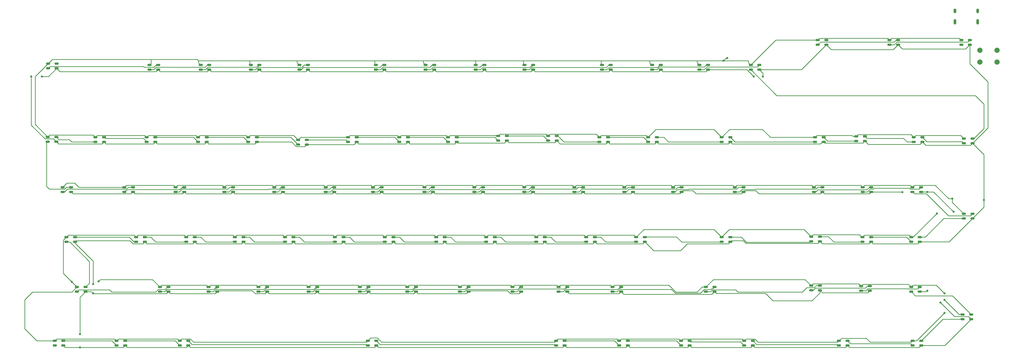
<source format=gbr>
%TF.GenerationSoftware,KiCad,Pcbnew,8.0.5*%
%TF.CreationDate,2024-11-10T22:51:29+11:00*%
%TF.ProjectId,keyboard,6b657962-6f61-4726-942e-6b696361645f,rev?*%
%TF.SameCoordinates,Original*%
%TF.FileFunction,Copper,L1,Top*%
%TF.FilePolarity,Positive*%
%FSLAX46Y46*%
G04 Gerber Fmt 4.6, Leading zero omitted, Abs format (unit mm)*
G04 Created by KiCad (PCBNEW 8.0.5) date 2024-11-10 22:51:29*
%MOMM*%
%LPD*%
G01*
G04 APERTURE LIST*
G04 Aperture macros list*
%AMRoundRect*
0 Rectangle with rounded corners*
0 $1 Rounding radius*
0 $2 $3 $4 $5 $6 $7 $8 $9 X,Y pos of 4 corners*
0 Add a 4 corners polygon primitive as box body*
4,1,4,$2,$3,$4,$5,$6,$7,$8,$9,$2,$3,0*
0 Add four circle primitives for the rounded corners*
1,1,$1+$1,$2,$3*
1,1,$1+$1,$4,$5*
1,1,$1+$1,$6,$7*
1,1,$1+$1,$8,$9*
0 Add four rect primitives between the rounded corners*
20,1,$1+$1,$2,$3,$4,$5,0*
20,1,$1+$1,$4,$5,$6,$7,0*
20,1,$1+$1,$6,$7,$8,$9,0*
20,1,$1+$1,$8,$9,$2,$3,0*%
G04 Aperture macros list end*
%TA.AperFunction,SMDPad,CuDef*%
%ADD10RoundRect,0.200000X-0.550000X-0.200000X0.550000X-0.200000X0.550000X0.200000X-0.550000X0.200000X0*%
%TD*%
%TA.AperFunction,ComponentPad*%
%ADD11C,2.000000*%
%TD*%
%TA.AperFunction,ComponentPad*%
%ADD12O,1.000000X1.800000*%
%TD*%
%TA.AperFunction,ComponentPad*%
%ADD13O,1.000000X2.100000*%
%TD*%
%TA.AperFunction,ViaPad*%
%ADD14C,0.800000*%
%TD*%
%TA.AperFunction,Conductor*%
%ADD15C,0.250000*%
%TD*%
G04 APERTURE END LIST*
D10*
%TO.P,D94,1,VDD*%
%TO.N,LED_PWR*%
X377910000Y-32610000D03*
%TO.P,D94,2,DOUT*%
%TO.N,unconnected-(D94-DOUT-Pad2)*%
X377910000Y-34390000D03*
%TO.P,D94,3,VSS*%
%TO.N,LED_GND*%
X381190000Y-34390000D03*
%TO.P,D94,4,DIN*%
%TO.N,Net-(D93-DOUT)*%
X381190000Y-32610000D03*
%TD*%
%TO.P,D93,4,DIN*%
%TO.N,Net-(D92-DOUT)*%
X353915000Y-32610000D03*
%TO.P,D93,3,VSS*%
%TO.N,LED_GND*%
X353915000Y-34390000D03*
%TO.P,D93,2,DOUT*%
%TO.N,Net-(D93-DOUT)*%
X350635000Y-34390000D03*
%TO.P,D93,1,VDD*%
%TO.N,LED_PWR*%
X350635000Y-32610000D03*
%TD*%
%TO.P,D91,1,VDD*%
%TO.N,LED_PWR*%
X359410000Y-147110000D03*
%TO.P,D91,2,DOUT*%
%TO.N,Net-(D90-DIN)*%
X359410000Y-148890000D03*
%TO.P,D91,3,VSS*%
%TO.N,LED_GND*%
X362690000Y-148890000D03*
%TO.P,D91,4,DIN*%
%TO.N,81p2-91p4*%
X362690000Y-147110000D03*
%TD*%
%TO.P,D90,1,VDD*%
%TO.N,LED_PWR*%
X331410000Y-147110000D03*
%TO.P,D90,2,DOUT*%
%TO.N,Net-(D89-DIN)*%
X331410000Y-148890000D03*
%TO.P,D90,3,VSS*%
%TO.N,LED_GND*%
X334690000Y-148890000D03*
%TO.P,D90,4,DIN*%
%TO.N,Net-(D90-DIN)*%
X334690000Y-147110000D03*
%TD*%
%TO.P,D89,1,VDD*%
%TO.N,LED_PWR*%
X295410000Y-147110000D03*
%TO.P,D89,2,DOUT*%
%TO.N,Net-(D88-DIN)*%
X295410000Y-148890000D03*
%TO.P,D89,3,VSS*%
%TO.N,LED_GND*%
X298690000Y-148890000D03*
%TO.P,D89,4,DIN*%
%TO.N,Net-(D89-DIN)*%
X298690000Y-147110000D03*
%TD*%
%TO.P,D88,1,VDD*%
%TO.N,LED_PWR*%
X271410000Y-147110000D03*
%TO.P,D88,2,DOUT*%
%TO.N,Net-(D87-DIN)*%
X271410000Y-148890000D03*
%TO.P,D88,3,VSS*%
%TO.N,LED_GND*%
X274690000Y-148890000D03*
%TO.P,D88,4,DIN*%
%TO.N,Net-(D88-DIN)*%
X274690000Y-147110000D03*
%TD*%
%TO.P,D87,1,VDD*%
%TO.N,LED_PWR*%
X247910000Y-147110000D03*
%TO.P,D87,2,DOUT*%
%TO.N,Net-(D86-DIN)*%
X247910000Y-148890000D03*
%TO.P,D87,3,VSS*%
%TO.N,LED_GND*%
X251190000Y-148890000D03*
%TO.P,D87,4,DIN*%
%TO.N,Net-(D87-DIN)*%
X251190000Y-147110000D03*
%TD*%
%TO.P,D86,1,VDD*%
%TO.N,LED_PWR*%
X223910000Y-147110000D03*
%TO.P,D86,2,DOUT*%
%TO.N,Net-(D85-DIN)*%
X223910000Y-148890000D03*
%TO.P,D86,3,VSS*%
%TO.N,LED_GND*%
X227190000Y-148890000D03*
%TO.P,D86,4,DIN*%
%TO.N,Net-(D86-DIN)*%
X227190000Y-147110000D03*
%TD*%
%TO.P,D85,1,VDD*%
%TO.N,LED_PWR*%
X152360000Y-147110000D03*
%TO.P,D85,2,DOUT*%
%TO.N,Net-(D84-DIN)*%
X152360000Y-148890000D03*
%TO.P,D85,3,VSS*%
%TO.N,LED_GND*%
X155640000Y-148890000D03*
%TO.P,D85,4,DIN*%
%TO.N,Net-(D85-DIN)*%
X155640000Y-147110000D03*
%TD*%
%TO.P,D84,1,VDD*%
%TO.N,LED_PWR*%
X80910000Y-147110000D03*
%TO.P,D84,2,DOUT*%
%TO.N,Net-(D83-DIN)*%
X80910000Y-148890000D03*
%TO.P,D84,3,VSS*%
%TO.N,LED_GND*%
X84190000Y-148890000D03*
%TO.P,D84,4,DIN*%
%TO.N,Net-(D84-DIN)*%
X84190000Y-147110000D03*
%TD*%
%TO.P,D83,1,VDD*%
%TO.N,LED_PWR*%
X56910000Y-147110000D03*
%TO.P,D83,2,DOUT*%
%TO.N,Net-(D82-DIN)*%
X56910000Y-148890000D03*
%TO.P,D83,3,VSS*%
%TO.N,LED_GND*%
X60190000Y-148890000D03*
%TO.P,D83,4,DIN*%
%TO.N,Net-(D83-DIN)*%
X60190000Y-147110000D03*
%TD*%
%TO.P,D82,1,VDD*%
%TO.N,LED_PWR*%
X33410000Y-147110000D03*
%TO.P,D82,2,DOUT*%
%TO.N,unconnected-(D82-DOUT-Pad2)*%
X33410000Y-148890000D03*
%TO.P,D82,3,VSS*%
%TO.N,LED_GND*%
X36690000Y-148890000D03*
%TO.P,D82,4,DIN*%
%TO.N,Net-(D82-DIN)*%
X36690000Y-147110000D03*
%TD*%
%TO.P,D81,1,VDD*%
%TO.N,LED_PWR*%
X378410000Y-137110000D03*
%TO.P,D81,2,DOUT*%
%TO.N,81p2-91p4*%
X378410000Y-138890000D03*
%TO.P,D81,3,VSS*%
%TO.N,LED_GND*%
X381690000Y-138890000D03*
%TO.P,D81,4,DIN*%
%TO.N,Net-(D80-DOUT)*%
X381690000Y-137110000D03*
%TD*%
%TO.P,D80,1,VDD*%
%TO.N,LED_PWR*%
X358860000Y-126610000D03*
%TO.P,D80,2,DOUT*%
%TO.N,Net-(D80-DOUT)*%
X358860000Y-128390000D03*
%TO.P,D80,3,VSS*%
%TO.N,LED_GND*%
X362140000Y-128390000D03*
%TO.P,D80,4,DIN*%
%TO.N,Net-(D79-DOUT)*%
X362140000Y-126610000D03*
%TD*%
%TO.P,D79,1,VDD*%
%TO.N,LED_PWR*%
X339860000Y-126260000D03*
%TO.P,D79,2,DOUT*%
%TO.N,Net-(D79-DOUT)*%
X339860000Y-128040000D03*
%TO.P,D79,3,VSS*%
%TO.N,LED_GND*%
X343140000Y-128040000D03*
%TO.P,D79,4,DIN*%
%TO.N,78p2-79p4*%
X343140000Y-126260000D03*
%TD*%
%TO.P,D78,1,VDD*%
%TO.N,LED_PWR*%
X320860000Y-126110000D03*
%TO.P,D78,2,DOUT*%
%TO.N,78p2-79p4*%
X320860000Y-127890000D03*
%TO.P,D78,3,VSS*%
%TO.N,LED_GND*%
X324140000Y-127890000D03*
%TO.P,D78,4,DIN*%
%TO.N,Net-(D77-DOUT)*%
X324140000Y-126110000D03*
%TD*%
%TO.P,D77,1,VDD*%
%TO.N,LED_PWR*%
X280860000Y-126610000D03*
%TO.P,D77,2,DOUT*%
%TO.N,Net-(D77-DOUT)*%
X280860000Y-128390000D03*
%TO.P,D77,3,VSS*%
%TO.N,LED_GND*%
X284140000Y-128390000D03*
%TO.P,D77,4,DIN*%
%TO.N,Net-(D76-DOUT)*%
X284140000Y-126610000D03*
%TD*%
%TO.P,D76,1,VDD*%
%TO.N,LED_PWR*%
X245360000Y-126610000D03*
%TO.P,D76,2,DOUT*%
%TO.N,Net-(D76-DOUT)*%
X245360000Y-128390000D03*
%TO.P,D76,3,VSS*%
%TO.N,LED_GND*%
X248640000Y-128390000D03*
%TO.P,D76,4,DIN*%
%TO.N,Net-(D75-DOUT)*%
X248640000Y-126610000D03*
%TD*%
%TO.P,D75,1,VDD*%
%TO.N,LED_PWR*%
X224860000Y-126610000D03*
%TO.P,D75,2,DOUT*%
%TO.N,Net-(D75-DOUT)*%
X224860000Y-128390000D03*
%TO.P,D75,3,VSS*%
%TO.N,LED_GND*%
X228140000Y-128390000D03*
%TO.P,D75,4,DIN*%
%TO.N,Net-(D74-DOUT)*%
X228140000Y-126610000D03*
%TD*%
%TO.P,D74,1,VDD*%
%TO.N,LED_PWR*%
X207360000Y-126610000D03*
%TO.P,D74,2,DOUT*%
%TO.N,Net-(D74-DOUT)*%
X207360000Y-128390000D03*
%TO.P,D74,3,VSS*%
%TO.N,LED_GND*%
X210640000Y-128390000D03*
%TO.P,D74,4,DIN*%
%TO.N,Net-(D73-DOUT)*%
X210640000Y-126610000D03*
%TD*%
%TO.P,D73,1,VDD*%
%TO.N,LED_PWR*%
X187360000Y-126610000D03*
%TO.P,D73,2,DOUT*%
%TO.N,Net-(D73-DOUT)*%
X187360000Y-128390000D03*
%TO.P,D73,3,VSS*%
%TO.N,LED_GND*%
X190640000Y-128390000D03*
%TO.P,D73,4,DIN*%
%TO.N,Net-(D72-DOUT)*%
X190640000Y-126610000D03*
%TD*%
%TO.P,D72,1,VDD*%
%TO.N,LED_PWR*%
X167360000Y-126610000D03*
%TO.P,D72,2,DOUT*%
%TO.N,Net-(D72-DOUT)*%
X167360000Y-128390000D03*
%TO.P,D72,3,VSS*%
%TO.N,LED_GND*%
X170640000Y-128390000D03*
%TO.P,D72,4,DIN*%
%TO.N,Net-(D71-DOUT)*%
X170640000Y-126610000D03*
%TD*%
%TO.P,D70,1,VDD*%
%TO.N,LED_PWR*%
X129860000Y-126610000D03*
%TO.P,D70,2,DOUT*%
%TO.N,Net-(D70-DOUT)*%
X129860000Y-128390000D03*
%TO.P,D70,3,VSS*%
%TO.N,LED_GND*%
X133140000Y-128390000D03*
%TO.P,D70,4,DIN*%
%TO.N,Net-(D69-DOUT)*%
X133140000Y-126610000D03*
%TD*%
%TO.P,D69,1,VDD*%
%TO.N,LED_PWR*%
X110860000Y-126610000D03*
%TO.P,D69,2,DOUT*%
%TO.N,Net-(D69-DOUT)*%
X110860000Y-128390000D03*
%TO.P,D69,3,VSS*%
%TO.N,LED_GND*%
X114140000Y-128390000D03*
%TO.P,D69,4,DIN*%
%TO.N,Net-(D68-DOUT)*%
X114140000Y-126610000D03*
%TD*%
%TO.P,D68,1,VDD*%
%TO.N,LED_PWR*%
X91860000Y-126610000D03*
%TO.P,D68,2,DOUT*%
%TO.N,Net-(D68-DOUT)*%
X91860000Y-128390000D03*
%TO.P,D68,3,VSS*%
%TO.N,LED_GND*%
X95140000Y-128390000D03*
%TO.P,D68,4,DIN*%
%TO.N,Net-(D67-DOUT)*%
X95140000Y-126610000D03*
%TD*%
%TO.P,D66,1,VDD*%
%TO.N,LED_PWR*%
X41860000Y-126610000D03*
%TO.P,D66,2,DOUT*%
%TO.N,Net-(D66-DOUT)*%
X41860000Y-128390000D03*
%TO.P,D66,3,VSS*%
%TO.N,LED_GND*%
X45140000Y-128390000D03*
%TO.P,D66,4,DIN*%
%TO.N,50p2-66p4*%
X45140000Y-126610000D03*
%TD*%
%TO.P,D65,1,VDD*%
%TO.N,LED_PWR*%
X358860000Y-107610000D03*
%TO.P,D65,2,DOUT*%
%TO.N,Net-(D64-DIN)*%
X358860000Y-109390000D03*
%TO.P,D65,3,VSS*%
%TO.N,LED_GND*%
X362140000Y-109390000D03*
%TO.P,D65,4,DIN*%
%TO.N,49p2-65p4*%
X362140000Y-107610000D03*
%TD*%
%TO.P,D64,1,VDD*%
%TO.N,LED_PWR*%
X340360000Y-107610000D03*
%TO.P,D64,2,DOUT*%
%TO.N,Net-(D63-DIN)*%
X340360000Y-109390000D03*
%TO.P,D64,3,VSS*%
%TO.N,LED_GND*%
X343640000Y-109390000D03*
%TO.P,D64,4,DIN*%
%TO.N,Net-(D64-DIN)*%
X343640000Y-107610000D03*
%TD*%
%TO.P,D63,1,VDD*%
%TO.N,LED_PWR*%
X320910000Y-107410000D03*
%TO.P,D63,2,DOUT*%
%TO.N,Net-(D62-DIN)*%
X320910000Y-109190000D03*
%TO.P,D63,3,VSS*%
%TO.N,LED_GND*%
X324190000Y-109190000D03*
%TO.P,D63,4,DIN*%
%TO.N,Net-(D63-DIN)*%
X324190000Y-107410000D03*
%TD*%
%TO.P,D61,4,DIN*%
%TO.N,Net-(D61-DIN)*%
X257640000Y-107610000D03*
%TO.P,D61,3,VSS*%
%TO.N,LED_GND*%
X257640000Y-109390000D03*
%TO.P,D61,2,DOUT*%
%TO.N,Net-(D60-DIN)*%
X254360000Y-109390000D03*
%TO.P,D61,1,VDD*%
%TO.N,LED_PWR*%
X254360000Y-107610000D03*
%TD*%
%TO.P,D60,4,DIN*%
%TO.N,Net-(D60-DIN)*%
X238640000Y-107610000D03*
%TO.P,D60,3,VSS*%
%TO.N,LED_GND*%
X238640000Y-109390000D03*
%TO.P,D60,2,DOUT*%
%TO.N,Net-(D59-DIN)*%
X235360000Y-109390000D03*
%TO.P,D60,1,VDD*%
%TO.N,LED_PWR*%
X235360000Y-107610000D03*
%TD*%
%TO.P,D59,4,DIN*%
%TO.N,Net-(D59-DIN)*%
X219640000Y-107610000D03*
%TO.P,D59,3,VSS*%
%TO.N,LED_GND*%
X219640000Y-109390000D03*
%TO.P,D59,2,DOUT*%
%TO.N,Net-(D58-DIN)*%
X216360000Y-109390000D03*
%TO.P,D59,1,VDD*%
%TO.N,LED_PWR*%
X216360000Y-107610000D03*
%TD*%
%TO.P,D58,4,DIN*%
%TO.N,Net-(D58-DIN)*%
X200640000Y-107610000D03*
%TO.P,D58,3,VSS*%
%TO.N,LED_GND*%
X200640000Y-109390000D03*
%TO.P,D58,2,DOUT*%
%TO.N,Net-(D57-DIN)*%
X197360000Y-109390000D03*
%TO.P,D58,1,VDD*%
%TO.N,LED_PWR*%
X197360000Y-107610000D03*
%TD*%
%TO.P,D57,4,DIN*%
%TO.N,Net-(D57-DIN)*%
X181640000Y-107610000D03*
%TO.P,D57,3,VSS*%
%TO.N,LED_GND*%
X181640000Y-109390000D03*
%TO.P,D57,2,DOUT*%
%TO.N,Net-(D56-DIN)*%
X178360000Y-109390000D03*
%TO.P,D57,1,VDD*%
%TO.N,LED_PWR*%
X178360000Y-107610000D03*
%TD*%
%TO.P,D56,4,DIN*%
%TO.N,Net-(D56-DIN)*%
X162140000Y-107610000D03*
%TO.P,D56,3,VSS*%
%TO.N,LED_GND*%
X162140000Y-109390000D03*
%TO.P,D56,2,DOUT*%
%TO.N,Net-(D55-DIN)*%
X158860000Y-109390000D03*
%TO.P,D56,1,VDD*%
%TO.N,LED_PWR*%
X158860000Y-107610000D03*
%TD*%
%TO.P,D55,4,DIN*%
%TO.N,Net-(D55-DIN)*%
X143140000Y-107610000D03*
%TO.P,D55,3,VSS*%
%TO.N,LED_GND*%
X143140000Y-109390000D03*
%TO.P,D55,2,DOUT*%
%TO.N,Net-(D54-DIN)*%
X139860000Y-109390000D03*
%TO.P,D55,1,VDD*%
%TO.N,LED_PWR*%
X139860000Y-107610000D03*
%TD*%
%TO.P,D54,4,DIN*%
%TO.N,Net-(D54-DIN)*%
X124140000Y-107610000D03*
%TO.P,D54,3,VSS*%
%TO.N,LED_GND*%
X124140000Y-109390000D03*
%TO.P,D54,2,DOUT*%
%TO.N,Net-(D53-DIN)*%
X120860000Y-109390000D03*
%TO.P,D54,1,VDD*%
%TO.N,LED_PWR*%
X120860000Y-107610000D03*
%TD*%
%TO.P,D53,4,DIN*%
%TO.N,Net-(D53-DIN)*%
X105140000Y-107610000D03*
%TO.P,D53,3,VSS*%
%TO.N,LED_GND*%
X105140000Y-109390000D03*
%TO.P,D53,2,DOUT*%
%TO.N,53p2-52p4*%
X101860000Y-109390000D03*
%TO.P,D53,1,VDD*%
%TO.N,LED_PWR*%
X101860000Y-107610000D03*
%TD*%
%TO.P,D52,4,DIN*%
%TO.N,53p2-52p4*%
X86640000Y-107610000D03*
%TO.P,D52,3,VSS*%
%TO.N,LED_GND*%
X86640000Y-109390000D03*
%TO.P,D52,2,DOUT*%
%TO.N,Net-(D51-DIN)*%
X83360000Y-109390000D03*
%TO.P,D52,1,VDD*%
%TO.N,LED_PWR*%
X83360000Y-107610000D03*
%TD*%
%TO.P,D51,4,DIN*%
%TO.N,Net-(D51-DIN)*%
X67640000Y-107610000D03*
%TO.P,D51,3,VSS*%
%TO.N,LED_GND*%
X67640000Y-109390000D03*
%TO.P,D51,2,DOUT*%
%TO.N,Net-(D50-DIN)*%
X64360000Y-109390000D03*
%TO.P,D51,1,VDD*%
%TO.N,LED_PWR*%
X64360000Y-107610000D03*
%TD*%
%TO.P,D50,4,DIN*%
%TO.N,Net-(D50-DIN)*%
X41140000Y-107610000D03*
%TO.P,D50,3,VSS*%
%TO.N,LED_GND*%
X41140000Y-109390000D03*
%TO.P,D50,2,DOUT*%
%TO.N,50p2-66p4*%
X37860000Y-109390000D03*
%TO.P,D50,1,VDD*%
%TO.N,LED_PWR*%
X37860000Y-107610000D03*
%TD*%
%TO.P,D49,1,VDD*%
%TO.N,LED_PWR*%
X378860000Y-98760000D03*
%TO.P,D49,2,DOUT*%
%TO.N,49p2-65p4*%
X378860000Y-100540000D03*
%TO.P,D49,3,VSS*%
%TO.N,LED_GND*%
X382140000Y-100540000D03*
%TO.P,D49,4,DIN*%
%TO.N,Net-(D48-DOUT)*%
X382140000Y-98760000D03*
%TD*%
%TO.P,D48,1,VDD*%
%TO.N,LED_PWR*%
X359360000Y-88610000D03*
%TO.P,D48,2,DOUT*%
%TO.N,Net-(D48-DOUT)*%
X359360000Y-90390000D03*
%TO.P,D48,3,VSS*%
%TO.N,LED_GND*%
X362640000Y-90390000D03*
%TO.P,D48,4,DIN*%
%TO.N,Net-(D47-DOUT)*%
X362640000Y-88610000D03*
%TD*%
%TO.P,D47,4,DIN*%
%TO.N,Net-(D46-DOUT)*%
X343690000Y-88610000D03*
%TO.P,D47,3,VSS*%
%TO.N,LED_GND*%
X343690000Y-90390000D03*
%TO.P,D47,2,DOUT*%
%TO.N,Net-(D47-DOUT)*%
X340410000Y-90390000D03*
%TO.P,D47,1,VDD*%
%TO.N,LED_PWR*%
X340410000Y-88610000D03*
%TD*%
%TO.P,D46,1,VDD*%
%TO.N,LED_PWR*%
X321860000Y-88610000D03*
%TO.P,D46,2,DOUT*%
%TO.N,Net-(D46-DOUT)*%
X321860000Y-90390000D03*
%TO.P,D46,3,VSS*%
%TO.N,LED_GND*%
X325140000Y-90390000D03*
%TO.P,D46,4,DIN*%
%TO.N,Net-(D45-DOUT)*%
X325140000Y-88610000D03*
%TD*%
%TO.P,D45,1,VDD*%
%TO.N,LED_PWR*%
X291860000Y-88610000D03*
%TO.P,D45,2,DOUT*%
%TO.N,Net-(D45-DOUT)*%
X291860000Y-90390000D03*
%TO.P,D45,3,VSS*%
%TO.N,LED_GND*%
X295140000Y-90390000D03*
%TO.P,D45,4,DIN*%
%TO.N,Net-(D44-DOUT)*%
X295140000Y-88610000D03*
%TD*%
%TO.P,D44,1,VDD*%
%TO.N,LED_PWR*%
X268360000Y-88610000D03*
%TO.P,D44,2,DOUT*%
%TO.N,Net-(D44-DOUT)*%
X268360000Y-90390000D03*
%TO.P,D44,3,VSS*%
%TO.N,LED_GND*%
X271640000Y-90390000D03*
%TO.P,D44,4,DIN*%
%TO.N,Net-(D43-DOUT)*%
X271640000Y-88610000D03*
%TD*%
%TO.P,D43,1,VDD*%
%TO.N,LED_PWR*%
X249860000Y-88610000D03*
%TO.P,D43,2,DOUT*%
%TO.N,Net-(D43-DOUT)*%
X249860000Y-90390000D03*
%TO.P,D43,3,VSS*%
%TO.N,LED_GND*%
X253140000Y-90390000D03*
%TO.P,D43,4,DIN*%
%TO.N,Net-(D42-DOUT)*%
X253140000Y-88610000D03*
%TD*%
%TO.P,D42,1,VDD*%
%TO.N,LED_PWR*%
X230860000Y-88610000D03*
%TO.P,D42,2,DOUT*%
%TO.N,Net-(D42-DOUT)*%
X230860000Y-90390000D03*
%TO.P,D42,3,VSS*%
%TO.N,LED_GND*%
X234140000Y-90390000D03*
%TO.P,D42,4,DIN*%
%TO.N,Net-(D41-DOUT)*%
X234140000Y-88610000D03*
%TD*%
%TO.P,D41,1,VDD*%
%TO.N,LED_PWR*%
X211860000Y-88610000D03*
%TO.P,D41,2,DOUT*%
%TO.N,Net-(D41-DOUT)*%
X211860000Y-90390000D03*
%TO.P,D41,3,VSS*%
%TO.N,LED_GND*%
X215140000Y-90390000D03*
%TO.P,D41,4,DIN*%
%TO.N,Net-(D40-DOUT)*%
X215140000Y-88610000D03*
%TD*%
%TO.P,D40,1,VDD*%
%TO.N,LED_PWR*%
X192860000Y-88610000D03*
%TO.P,D40,2,DOUT*%
%TO.N,Net-(D40-DOUT)*%
X192860000Y-90390000D03*
%TO.P,D40,3,VSS*%
%TO.N,LED_GND*%
X196140000Y-90390000D03*
%TO.P,D40,4,DIN*%
%TO.N,39p2-40p4*%
X196140000Y-88610000D03*
%TD*%
%TO.P,D39,1,VDD*%
%TO.N,LED_PWR*%
X173860000Y-88610000D03*
%TO.P,D39,2,DOUT*%
%TO.N,39p2-40p4*%
X173860000Y-90390000D03*
%TO.P,D39,3,VSS*%
%TO.N,LED_GND*%
X177140000Y-90390000D03*
%TO.P,D39,4,DIN*%
%TO.N,Net-(D38-DOUT)*%
X177140000Y-88610000D03*
%TD*%
%TO.P,D38,1,VDD*%
%TO.N,LED_PWR*%
X154360000Y-88610000D03*
%TO.P,D38,2,DOUT*%
%TO.N,Net-(D38-DOUT)*%
X154360000Y-90390000D03*
%TO.P,D38,3,VSS*%
%TO.N,LED_GND*%
X157640000Y-90390000D03*
%TO.P,D38,4,DIN*%
%TO.N,Net-(D37-DOUT)*%
X157640000Y-88610000D03*
%TD*%
%TO.P,D37,1,VDD*%
%TO.N,LED_PWR*%
X136360000Y-88610000D03*
%TO.P,D37,2,DOUT*%
%TO.N,Net-(D37-DOUT)*%
X136360000Y-90390000D03*
%TO.P,D37,3,VSS*%
%TO.N,LED_GND*%
X139640000Y-90390000D03*
%TO.P,D37,4,DIN*%
%TO.N,Net-(D36-DOUT)*%
X139640000Y-88610000D03*
%TD*%
%TO.P,D35,1,VDD*%
%TO.N,LED_PWR*%
X97860000Y-88610000D03*
%TO.P,D35,2,DOUT*%
%TO.N,Net-(D35-DOUT)*%
X97860000Y-90390000D03*
%TO.P,D35,3,VSS*%
%TO.N,LED_GND*%
X101140000Y-90390000D03*
%TO.P,D35,4,DIN*%
%TO.N,Net-(D34-DOUT)*%
X101140000Y-88610000D03*
%TD*%
%TO.P,D34,1,VDD*%
%TO.N,LED_PWR*%
X79360000Y-88610000D03*
%TO.P,D34,2,DOUT*%
%TO.N,Net-(D34-DOUT)*%
X79360000Y-90390000D03*
%TO.P,D34,3,VSS*%
%TO.N,LED_GND*%
X82640000Y-90390000D03*
%TO.P,D34,4,DIN*%
%TO.N,Net-(D33-DOUT)*%
X82640000Y-88610000D03*
%TD*%
%TO.P,D33,1,VDD*%
%TO.N,LED_PWR*%
X59860000Y-88610000D03*
%TO.P,D33,2,DOUT*%
%TO.N,Net-(D33-DOUT)*%
X59860000Y-90390000D03*
%TO.P,D33,3,VSS*%
%TO.N,LED_GND*%
X63140000Y-90390000D03*
%TO.P,D33,4,DIN*%
%TO.N,Net-(D32-DOUT)*%
X63140000Y-88610000D03*
%TD*%
%TO.P,D32,1,VDD*%
%TO.N,LED_PWR*%
X36360000Y-88610000D03*
%TO.P,D32,2,DOUT*%
%TO.N,Net-(D32-DOUT)*%
X36360000Y-90390000D03*
%TO.P,D32,3,VSS*%
%TO.N,LED_GND*%
X39640000Y-90390000D03*
%TO.P,D32,4,DIN*%
%TO.N,14p2-32p4*%
X39640000Y-88610000D03*
%TD*%
%TO.P,D31,1,VDD*%
%TO.N,LED_PWR*%
X378910000Y-70110000D03*
%TO.P,D31,2,DOUT*%
%TO.N,Net-(D30-DIN)*%
X378910000Y-71890000D03*
%TO.P,D31,3,VSS*%
%TO.N,LED_GND*%
X382190000Y-71890000D03*
%TO.P,D31,4,DIN*%
%TO.N,31p4 - 13p2*%
X382190000Y-70110000D03*
%TD*%
%TO.P,D30,1,VDD*%
%TO.N,LED_PWR*%
X359860000Y-69610000D03*
%TO.P,D30,2,DOUT*%
%TO.N,Net-(D29-DIN)*%
X359860000Y-71390000D03*
%TO.P,D30,3,VSS*%
%TO.N,LED_GND*%
X363140000Y-71390000D03*
%TO.P,D30,4,DIN*%
%TO.N,Net-(D30-DIN)*%
X363140000Y-69610000D03*
%TD*%
%TO.P,D29,1,VDD*%
%TO.N,LED_PWR*%
X337972500Y-69272500D03*
%TO.P,D29,2,DOUT*%
%TO.N,Net-(D28-DIN)*%
X337972500Y-71052500D03*
%TO.P,D29,3,VSS*%
%TO.N,LED_GND*%
X341252500Y-71052500D03*
%TO.P,D29,4,DIN*%
%TO.N,Net-(D29-DIN)*%
X341252500Y-69272500D03*
%TD*%
%TO.P,D28,1,VDD*%
%TO.N,LED_PWR*%
X322360000Y-69610000D03*
%TO.P,D28,2,DOUT*%
%TO.N,Net-(D27-DIN)*%
X322360000Y-71390000D03*
%TO.P,D28,3,VSS*%
%TO.N,LED_GND*%
X325640000Y-71390000D03*
%TO.P,D28,4,DIN*%
%TO.N,Net-(D28-DIN)*%
X325640000Y-69610000D03*
%TD*%
%TO.P,D27,1,VDD*%
%TO.N,LED_PWR*%
X286860000Y-69610000D03*
%TO.P,D27,2,DOUT*%
%TO.N,26p4-27p2*%
X286860000Y-71390000D03*
%TO.P,D27,3,VSS*%
%TO.N,LED_GND*%
X290140000Y-71390000D03*
%TO.P,D27,4,DIN*%
%TO.N,Net-(D27-DIN)*%
X290140000Y-69610000D03*
%TD*%
%TO.P,D26,1,VDD*%
%TO.N,LED_PWR*%
X258910000Y-69610000D03*
%TO.P,D26,2,DOUT*%
%TO.N,Net-(D25-DIN)*%
X258910000Y-71390000D03*
%TO.P,D26,3,VSS*%
%TO.N,LED_GND*%
X262190000Y-71390000D03*
%TO.P,D26,4,DIN*%
%TO.N,26p4-27p2*%
X262190000Y-69610000D03*
%TD*%
%TO.P,D25,1,VDD*%
%TO.N,LED_PWR*%
X240360000Y-69610000D03*
%TO.P,D25,2,DOUT*%
%TO.N,Net-(D24-DIN)*%
X240360000Y-71390000D03*
%TO.P,D25,3,VSS*%
%TO.N,LED_GND*%
X243640000Y-71390000D03*
%TO.P,D25,4,DIN*%
%TO.N,Net-(D25-DIN)*%
X243640000Y-69610000D03*
%TD*%
%TO.P,D24,1,VDD*%
%TO.N,LED_PWR*%
X220910000Y-69110000D03*
%TO.P,D24,2,DOUT*%
%TO.N,Net-(D23-DIN)*%
X220910000Y-70890000D03*
%TO.P,D24,3,VSS*%
%TO.N,LED_GND*%
X224190000Y-70890000D03*
%TO.P,D24,4,DIN*%
%TO.N,Net-(D24-DIN)*%
X224190000Y-69110000D03*
%TD*%
%TO.P,D23,1,VDD*%
%TO.N,LED_PWR*%
X201910000Y-69110000D03*
%TO.P,D23,2,DOUT*%
%TO.N,Net-(D22-DIN)*%
X201910000Y-70890000D03*
%TO.P,D23,3,VSS*%
%TO.N,LED_GND*%
X205190000Y-70890000D03*
%TO.P,D23,4,DIN*%
%TO.N,Net-(D23-DIN)*%
X205190000Y-69110000D03*
%TD*%
%TO.P,D22,1,VDD*%
%TO.N,LED_PWR*%
X182910000Y-69610000D03*
%TO.P,D22,2,DOUT*%
%TO.N,Net-(D21-DIN)*%
X182910000Y-71390000D03*
%TO.P,D22,3,VSS*%
%TO.N,LED_GND*%
X186190000Y-71390000D03*
%TO.P,D22,4,DIN*%
%TO.N,Net-(D22-DIN)*%
X186190000Y-69610000D03*
%TD*%
%TO.P,D21,1,VDD*%
%TO.N,LED_PWR*%
X164360000Y-69610000D03*
%TO.P,D21,2,DOUT*%
%TO.N,Net-(D20-DIN)*%
X164360000Y-71390000D03*
%TO.P,D21,3,VSS*%
%TO.N,LED_GND*%
X167640000Y-71390000D03*
%TO.P,D21,4,DIN*%
%TO.N,Net-(D21-DIN)*%
X167640000Y-69610000D03*
%TD*%
%TO.P,D20,1,VDD*%
%TO.N,LED_PWR*%
X144860000Y-69610000D03*
%TO.P,D20,2,DOUT*%
%TO.N,Net-(D19-DIN)*%
X144860000Y-71390000D03*
%TO.P,D20,3,VSS*%
%TO.N,LED_GND*%
X148140000Y-71390000D03*
%TO.P,D20,4,DIN*%
%TO.N,Net-(D20-DIN)*%
X148140000Y-69610000D03*
%TD*%
%TO.P,D19,1,VDD*%
%TO.N,LED_PWR*%
X125910000Y-70610000D03*
%TO.P,D19,2,DOUT*%
%TO.N,Net-(D18-DIN)*%
X125910000Y-72390000D03*
%TO.P,D19,3,VSS*%
%TO.N,LED_GND*%
X129190000Y-72390000D03*
%TO.P,D19,4,DIN*%
%TO.N,Net-(D19-DIN)*%
X129190000Y-70610000D03*
%TD*%
%TO.P,D18,1,VDD*%
%TO.N,LED_PWR*%
X106910000Y-69610000D03*
%TO.P,D18,2,DOUT*%
%TO.N,Net-(D17-DIN)*%
X106910000Y-71390000D03*
%TO.P,D18,3,VSS*%
%TO.N,LED_GND*%
X110190000Y-71390000D03*
%TO.P,D18,4,DIN*%
%TO.N,Net-(D18-DIN)*%
X110190000Y-69610000D03*
%TD*%
%TO.P,D16,1,VDD*%
%TO.N,LED_PWR*%
X68360000Y-69610000D03*
%TO.P,D16,2,DOUT*%
%TO.N,Net-(D15-DIN)*%
X68360000Y-71390000D03*
%TO.P,D16,3,VSS*%
%TO.N,LED_GND*%
X71640000Y-71390000D03*
%TO.P,D16,4,DIN*%
%TO.N,Net-(D16-DIN)*%
X71640000Y-69610000D03*
%TD*%
%TO.P,D15,1,VDD*%
%TO.N,LED_PWR*%
X48860000Y-69610000D03*
%TO.P,D15,2,DOUT*%
%TO.N,Net-(D14-DIN)*%
X48860000Y-71390000D03*
%TO.P,D15,3,VSS*%
%TO.N,LED_GND*%
X52140000Y-71390000D03*
%TO.P,D15,4,DIN*%
%TO.N,Net-(D15-DIN)*%
X52140000Y-69610000D03*
%TD*%
%TO.P,D14,1,VDD*%
%TO.N,LED_PWR*%
X30720000Y-69500000D03*
%TO.P,D14,2,DOUT*%
%TO.N,14p2-32p4*%
X30720000Y-71280000D03*
%TO.P,D14,3,VSS*%
%TO.N,LED_GND*%
X34000000Y-71280000D03*
%TO.P,D14,4,DIN*%
%TO.N,Net-(D14-DIN)*%
X34000000Y-69500000D03*
%TD*%
%TO.P,D13,1,VDD*%
%TO.N,LED_PWR*%
X297910000Y-42110000D03*
%TO.P,D13,2,DOUT*%
%TO.N,31p4 - 13p2*%
X297910000Y-43890000D03*
%TO.P,D13,3,VSS*%
%TO.N,LED_GND*%
X301190000Y-43890000D03*
%TO.P,D13,4,DIN*%
%TO.N,Net-(D12-DOUT)*%
X301190000Y-42110000D03*
%TD*%
%TO.P,D12,1,VDD*%
%TO.N,LED_PWR*%
X278410000Y-42110000D03*
%TO.P,D12,2,DOUT*%
%TO.N,Net-(D12-DOUT)*%
X278410000Y-43890000D03*
%TO.P,D12,3,VSS*%
%TO.N,LED_GND*%
X281690000Y-43890000D03*
%TO.P,D12,4,DIN*%
%TO.N,Net-(D11-DOUT)*%
X281690000Y-42110000D03*
%TD*%
%TO.P,D11,1,VDD*%
%TO.N,LED_PWR*%
X260410000Y-42110000D03*
%TO.P,D11,2,DOUT*%
%TO.N,Net-(D11-DOUT)*%
X260410000Y-43890000D03*
%TO.P,D11,3,VSS*%
%TO.N,LED_GND*%
X263690000Y-43890000D03*
%TO.P,D11,4,DIN*%
%TO.N,Net-(D10-DOUT)*%
X263690000Y-42110000D03*
%TD*%
%TO.P,D10,1,VDD*%
%TO.N,LED_PWR*%
X241410000Y-42110000D03*
%TO.P,D10,2,DOUT*%
%TO.N,Net-(D10-DOUT)*%
X241410000Y-43890000D03*
%TO.P,D10,3,VSS*%
%TO.N,LED_GND*%
X244690000Y-43890000D03*
%TO.P,D10,4,DIN*%
%TO.N,Net-(D10-DIN)*%
X244690000Y-42110000D03*
%TD*%
%TO.P,D9,1,VDD*%
%TO.N,LED_PWR*%
X211910000Y-42110000D03*
%TO.P,D9,2,DOUT*%
%TO.N,Net-(D10-DIN)*%
X211910000Y-43890000D03*
%TO.P,D9,3,VSS*%
%TO.N,LED_GND*%
X215190000Y-43890000D03*
%TO.P,D9,4,DIN*%
%TO.N,Net-(D8-DOUT)*%
X215190000Y-42110000D03*
%TD*%
%TO.P,D8,1,VDD*%
%TO.N,LED_PWR*%
X193410000Y-42110000D03*
%TO.P,D8,2,DOUT*%
%TO.N,Net-(D8-DOUT)*%
X193410000Y-43890000D03*
%TO.P,D8,3,VSS*%
%TO.N,LED_GND*%
X196690000Y-43890000D03*
%TO.P,D8,4,DIN*%
%TO.N,Net-(D7-DOUT)*%
X196690000Y-42110000D03*
%TD*%
%TO.P,D7,1,VDD*%
%TO.N,LED_PWR*%
X174360000Y-42110000D03*
%TO.P,D7,2,DOUT*%
%TO.N,Net-(D7-DOUT)*%
X174360000Y-43890000D03*
%TO.P,D7,3,VSS*%
%TO.N,LED_GND*%
X177640000Y-43890000D03*
%TO.P,D7,4,DIN*%
%TO.N,Net-(D6-DOUT)*%
X177640000Y-42110000D03*
%TD*%
%TO.P,D6,1,VDD*%
%TO.N,LED_PWR*%
X155410000Y-42110000D03*
%TO.P,D6,2,DOUT*%
%TO.N,Net-(D6-DOUT)*%
X155410000Y-43890000D03*
%TO.P,D6,3,VSS*%
%TO.N,LED_GND*%
X158690000Y-43890000D03*
%TO.P,D6,4,DIN*%
%TO.N,Net-(D5-DOUT)*%
X158690000Y-42110000D03*
%TD*%
%TO.P,D5,1,VDD*%
%TO.N,LED_PWR*%
X126360000Y-42110000D03*
%TO.P,D5,2,DOUT*%
%TO.N,Net-(D5-DOUT)*%
X126360000Y-43890000D03*
%TO.P,D5,3,VSS*%
%TO.N,LED_GND*%
X129640000Y-43890000D03*
%TO.P,D5,4,DIN*%
%TO.N,Net-(D4-DOUT)*%
X129640000Y-42110000D03*
%TD*%
%TO.P,D4,1,VDD*%
%TO.N,LED_PWR*%
X107910000Y-42110000D03*
%TO.P,D4,2,DOUT*%
%TO.N,Net-(D4-DOUT)*%
X107910000Y-43890000D03*
%TO.P,D4,3,VSS*%
%TO.N,LED_GND*%
X111190000Y-43890000D03*
%TO.P,D4,4,DIN*%
%TO.N,Net-(D3-DOUT)*%
X111190000Y-42110000D03*
%TD*%
%TO.P,D3,1,VDD*%
%TO.N,LED_PWR*%
X88860000Y-42110000D03*
%TO.P,D3,2,DOUT*%
%TO.N,Net-(D3-DOUT)*%
X88860000Y-43890000D03*
%TO.P,D3,3,VSS*%
%TO.N,LED_GND*%
X92140000Y-43890000D03*
%TO.P,D3,4,DIN*%
%TO.N,Net-(D2-DOUT)*%
X92140000Y-42110000D03*
%TD*%
%TO.P,D2,1,VDD*%
%TO.N,LED_PWR*%
X69410000Y-42110000D03*
%TO.P,D2,2,DOUT*%
%TO.N,Net-(D2-DOUT)*%
X69410000Y-43890000D03*
%TO.P,D2,3,VSS*%
%TO.N,LED_GND*%
X72690000Y-43890000D03*
%TO.P,D2,4,DIN*%
%TO.N,Net-(D1-DOUT)*%
X72690000Y-42110000D03*
%TD*%
%TO.P,D1,1,VDD*%
%TO.N,LED_PWR*%
X30860000Y-41610000D03*
%TO.P,D1,2,DOUT*%
%TO.N,Net-(D1-DOUT)*%
X30860000Y-43390000D03*
%TO.P,D1,3,VSS*%
%TO.N,LED_GND*%
X34140000Y-43390000D03*
%TO.P,D1,4,DIN*%
%TO.N,LED_DTA_IN*%
X34140000Y-41610000D03*
%TD*%
%TO.P,D92,1,VDD*%
%TO.N,LED_PWR*%
X323360000Y-32610000D03*
%TO.P,D92,2,DOUT*%
%TO.N,Net-(D92-DOUT)*%
X323360000Y-34390000D03*
%TO.P,D92,3,VSS*%
%TO.N,LED_GND*%
X326640000Y-34390000D03*
%TO.P,D92,4,DIN*%
%TO.N,LED-Status IN*%
X326640000Y-32610000D03*
%TD*%
D11*
%TO.P,SW1,1,1*%
%TO.N,GND*%
X391500000Y-36500000D03*
X385000000Y-36500000D03*
%TO.P,SW1,2,2*%
%TO.N,Net-(U1-BOOTSEL)*%
X391500000Y-41000000D03*
X385000000Y-41000000D03*
%TD*%
D12*
%TO.P,J1,S1,SHIELD*%
%TO.N,unconnected-(J1-SHIELD-PadS1)_3*%
X375500000Y-21500000D03*
D13*
%TO.N,unconnected-(J1-SHIELD-PadS1)_1*%
X375500000Y-25700000D03*
D12*
%TO.N,unconnected-(J1-SHIELD-PadS1)_2*%
X384140000Y-21500000D03*
D13*
%TO.N,unconnected-(J1-SHIELD-PadS1)*%
X384140000Y-25700000D03*
%TD*%
D10*
%TO.P,D36,1,VDD*%
%TO.N,LED_PWR*%
X116860000Y-88610000D03*
%TO.P,D36,2,DOUT*%
%TO.N,Net-(D36-DOUT)*%
X116860000Y-90390000D03*
%TO.P,D36,3,VSS*%
%TO.N,LED_GND*%
X120140000Y-90390000D03*
%TO.P,D36,4,DIN*%
%TO.N,Net-(D35-DOUT)*%
X120140000Y-88610000D03*
%TD*%
%TO.P,D71,1,VDD*%
%TO.N,LED_PWR*%
X149360000Y-126610000D03*
%TO.P,D71,2,DOUT*%
%TO.N,Net-(D71-DOUT)*%
X149360000Y-128390000D03*
%TO.P,D71,3,VSS*%
%TO.N,LED_GND*%
X152640000Y-128390000D03*
%TO.P,D71,4,DIN*%
%TO.N,Net-(D70-DOUT)*%
X152640000Y-126610000D03*
%TD*%
%TO.P,D17,1,VDD*%
%TO.N,LED_PWR*%
X87860000Y-69610000D03*
%TO.P,D17,2,DOUT*%
%TO.N,Net-(D16-DIN)*%
X87860000Y-71390000D03*
%TO.P,D17,3,VSS*%
%TO.N,LED_GND*%
X91140000Y-71390000D03*
%TO.P,D17,4,DIN*%
%TO.N,Net-(D17-DIN)*%
X91140000Y-69610000D03*
%TD*%
%TO.P,D62,4,DIN*%
%TO.N,Net-(D62-DIN)*%
X290140000Y-107610000D03*
%TO.P,D62,3,VSS*%
%TO.N,LED_GND*%
X290140000Y-109390000D03*
%TO.P,D62,2,DOUT*%
%TO.N,Net-(D61-DIN)*%
X286860000Y-109390000D03*
%TO.P,D62,1,VDD*%
%TO.N,LED_PWR*%
X286860000Y-107610000D03*
%TD*%
%TO.P,D67,1,VDD*%
%TO.N,LED_PWR*%
X73360000Y-126610000D03*
%TO.P,D67,2,DOUT*%
%TO.N,Net-(D67-DOUT)*%
X73360000Y-128390000D03*
%TO.P,D67,3,VSS*%
%TO.N,LED_GND*%
X76640000Y-128390000D03*
%TO.P,D67,4,DIN*%
%TO.N,Net-(D66-DOUT)*%
X76640000Y-126610000D03*
%TD*%
D14*
%TO.N,LED_PWR*%
X287500000Y-40500000D03*
X289000000Y-39500000D03*
%TO.N,LED_GND*%
X43000000Y-149615000D03*
X43000000Y-144500000D03*
%TO.N,LED_PWR*%
X371500000Y-136500000D03*
%TO.N,LED_GND*%
X370000000Y-132500000D03*
%TO.N,LED_PWR*%
X371500000Y-131500000D03*
X371500000Y-129000000D03*
%TO.N,LED_GND*%
X365000000Y-128000000D03*
%TO.N,LED_PWR*%
X39875000Y-124625000D03*
X50000000Y-124500000D03*
%TO.N,LED_GND*%
X47999983Y-128999983D03*
X48000000Y-125500000D03*
%TO.N,LED_PWR*%
X368610000Y-98610000D03*
X374500000Y-93000000D03*
%TO.N,LED_GND*%
X355500000Y-90500000D03*
X365000000Y-90390000D03*
X375000000Y-98000000D03*
X386500000Y-93500000D03*
X28500000Y-46500000D03*
X24500000Y-46500000D03*
X299000000Y-46500000D03*
X302500000Y-46500000D03*
%TD*%
D15*
%TO.N,LED_GND*%
X324140000Y-127890000D02*
X324140000Y-128860092D01*
X324140000Y-128860092D02*
X321161092Y-131839000D01*
X321161092Y-131839000D02*
X306339000Y-131839000D01*
X306339000Y-131839000D02*
X303500000Y-129000000D01*
X303500000Y-129000000D02*
X284750000Y-129000000D01*
X284750000Y-129000000D02*
X284140000Y-128390000D01*
X298690000Y-148890000D02*
X297965000Y-149615000D01*
X297965000Y-149615000D02*
X275415000Y-149615000D01*
X275415000Y-149615000D02*
X274690000Y-148890000D01*
X301190000Y-43890000D02*
X317140000Y-43890000D01*
%TO.N,LED_PWR*%
X322585000Y-87885000D02*
X339685000Y-87885000D01*
X286860000Y-69610000D02*
X289858900Y-66611100D01*
X302369231Y-66611100D02*
X305368131Y-69610000D01*
X289858900Y-66611100D02*
X302369231Y-66611100D01*
X305368131Y-69610000D02*
X322360000Y-69610000D01*
X287500000Y-40500000D02*
X297000000Y-40500000D01*
X289000000Y-39500000D02*
X288500000Y-39500000D01*
X288500000Y-39500000D02*
X287500000Y-40500000D01*
X287500000Y-40500000D02*
X277500000Y-40500000D01*
X374500000Y-93000000D02*
X373100000Y-93000000D01*
X374500000Y-94400000D02*
X374500000Y-93000000D01*
X373100000Y-93000000D02*
X367985000Y-87885000D01*
X367985000Y-87885000D02*
X360085000Y-87885000D01*
X360085000Y-87885000D02*
X359360000Y-88610000D01*
X378860000Y-98760000D02*
X374500000Y-94400000D01*
X33410000Y-147110000D02*
X26610000Y-147110000D01*
X26610000Y-147110000D02*
X22000000Y-142500000D01*
X22000000Y-142500000D02*
X22000000Y-131500000D01*
X22000000Y-131500000D02*
X25001100Y-128498900D01*
X25001100Y-128498900D02*
X39971100Y-128498900D01*
X39971100Y-128498900D02*
X41860000Y-126610000D01*
%TO.N,LED_GND*%
X43000000Y-149615000D02*
X59465000Y-149615000D01*
X45140000Y-128390000D02*
X43000000Y-130530000D01*
X43000000Y-130530000D02*
X43000000Y-144500000D01*
X36690000Y-148890000D02*
X37415000Y-149615000D01*
X37415000Y-149615000D02*
X43000000Y-149615000D01*
X59465000Y-149615000D02*
X60190000Y-148890000D01*
%TO.N,LED_PWR*%
X56910000Y-147110000D02*
X56185000Y-146385000D01*
X56185000Y-146385000D02*
X34135000Y-146385000D01*
X34135000Y-146385000D02*
X33410000Y-147110000D01*
%TO.N,LED_GND*%
X60190000Y-148890000D02*
X60915000Y-149615000D01*
X60915000Y-149615000D02*
X83465000Y-149615000D01*
X83465000Y-149615000D02*
X84190000Y-148890000D01*
%TO.N,LED_PWR*%
X80910000Y-147110000D02*
X80185000Y-146385000D01*
X80185000Y-146385000D02*
X57635000Y-146385000D01*
X57635000Y-146385000D02*
X56910000Y-147110000D01*
%TO.N,Net-(D84-DIN)*%
X152360000Y-148890000D02*
X151970000Y-148500000D01*
X151970000Y-148500000D02*
X85580000Y-148500000D01*
X85580000Y-148500000D02*
X84190000Y-147110000D01*
%TO.N,LED_GND*%
X84190000Y-148890000D02*
X84915000Y-149615000D01*
X84915000Y-149615000D02*
X154915000Y-149615000D01*
X154915000Y-149615000D02*
X155640000Y-148890000D01*
%TO.N,LED_PWR*%
X152360000Y-147110000D02*
X151921100Y-147548900D01*
X151921100Y-147548900D02*
X86126904Y-147548900D01*
X86126904Y-147548900D02*
X84963004Y-146385000D01*
X84963004Y-146385000D02*
X81635000Y-146385000D01*
X81635000Y-146385000D02*
X80910000Y-147110000D01*
%TO.N,Net-(D85-DIN)*%
X223910000Y-148890000D02*
X223520000Y-148500000D01*
X157030000Y-148500000D02*
X155640000Y-147110000D01*
X223520000Y-148500000D02*
X157030000Y-148500000D01*
%TO.N,LED_GND*%
X155640000Y-148890000D02*
X156365000Y-149615000D01*
X156365000Y-149615000D02*
X226465000Y-149615000D01*
X226465000Y-149615000D02*
X227190000Y-148890000D01*
%TO.N,LED_PWR*%
X223471100Y-147548900D02*
X157576904Y-147548900D01*
X223910000Y-147110000D02*
X223471100Y-147548900D01*
X157576904Y-147548900D02*
X156028004Y-146000000D01*
X156028004Y-146000000D02*
X153470000Y-146000000D01*
X153470000Y-146000000D02*
X152360000Y-147110000D01*
%TO.N,LED_GND*%
X227190000Y-148890000D02*
X227915000Y-149615000D01*
X227915000Y-149615000D02*
X250465000Y-149615000D01*
X250465000Y-149615000D02*
X251190000Y-148890000D01*
%TO.N,LED_PWR*%
X247910000Y-147110000D02*
X247185000Y-146385000D01*
X247185000Y-146385000D02*
X224635000Y-146385000D01*
X224635000Y-146385000D02*
X223910000Y-147110000D01*
%TO.N,LED_GND*%
X251190000Y-148890000D02*
X251915000Y-149615000D01*
X251915000Y-149615000D02*
X273965000Y-149615000D01*
X273965000Y-149615000D02*
X274690000Y-148890000D01*
%TO.N,LED_PWR*%
X271410000Y-147110000D02*
X270685000Y-146385000D01*
X270685000Y-146385000D02*
X248635000Y-146385000D01*
X248635000Y-146385000D02*
X247910000Y-147110000D01*
X295410000Y-147110000D02*
X294685000Y-146385000D01*
X294685000Y-146385000D02*
X272135000Y-146385000D01*
X272135000Y-146385000D02*
X271410000Y-147110000D01*
%TO.N,Net-(D89-DIN)*%
X331410000Y-148890000D02*
X331020000Y-148500000D01*
X331020000Y-148500000D02*
X300080000Y-148500000D01*
X300080000Y-148500000D02*
X298690000Y-147110000D01*
%TO.N,LED_GND*%
X298690000Y-148890000D02*
X299415000Y-149615000D01*
X299415000Y-149615000D02*
X333965000Y-149615000D01*
X333965000Y-149615000D02*
X334690000Y-148890000D01*
%TO.N,LED_PWR*%
X296135000Y-146385000D02*
X295410000Y-147110000D01*
X331410000Y-147110000D02*
X330971100Y-147548900D01*
X330971100Y-147548900D02*
X300626904Y-147548900D01*
X300626904Y-147548900D02*
X299463004Y-146385000D01*
X299463004Y-146385000D02*
X296135000Y-146385000D01*
%TO.N,LED_GND*%
X362690000Y-148890000D02*
X361965000Y-149615000D01*
X361965000Y-149615000D02*
X335415000Y-149615000D01*
X335415000Y-149615000D02*
X334690000Y-148890000D01*
%TO.N,LED_PWR*%
X331410000Y-147110000D02*
X332358769Y-146161231D01*
X341881600Y-146161231D02*
X343269269Y-147548900D01*
X332358769Y-146161231D02*
X341881600Y-146161231D01*
X343269269Y-147548900D02*
X358971100Y-147548900D01*
X358971100Y-147548900D02*
X359410000Y-147110000D01*
X359410000Y-147110000D02*
X360890000Y-147110000D01*
X360890000Y-147110000D02*
X371500000Y-136500000D01*
%TO.N,LED_GND*%
X381690000Y-138890000D02*
X371690000Y-148890000D01*
X371690000Y-148890000D02*
X362690000Y-148890000D01*
X381690000Y-138890000D02*
X380635000Y-137835000D01*
X380635000Y-137835000D02*
X375335000Y-137835000D01*
X375335000Y-137835000D02*
X370000000Y-132500000D01*
%TO.N,LED_PWR*%
X378410000Y-137110000D02*
X377110000Y-137110000D01*
X377110000Y-137110000D02*
X371500000Y-131500000D01*
X358860000Y-126610000D02*
X359585000Y-125885000D01*
X359585000Y-125885000D02*
X368385000Y-125885000D01*
X368385000Y-125885000D02*
X371500000Y-129000000D01*
%TO.N,LED_GND*%
X362140000Y-128390000D02*
X364610000Y-128390000D01*
X364610000Y-128390000D02*
X365000000Y-128000000D01*
%TO.N,LED_PWR*%
X339860000Y-126260000D02*
X340585000Y-125535000D01*
X340585000Y-125535000D02*
X357785000Y-125535000D01*
X357785000Y-125535000D02*
X358860000Y-126610000D01*
X320860000Y-126110000D02*
X321585000Y-125385000D01*
X321585000Y-125385000D02*
X338985000Y-125385000D01*
X338985000Y-125385000D02*
X339860000Y-126260000D01*
%TO.N,LED_GND*%
X324140000Y-127890000D02*
X325015000Y-128765000D01*
X325015000Y-128765000D02*
X342415000Y-128765000D01*
X342415000Y-128765000D02*
X343140000Y-128040000D01*
%TO.N,LED_PWR*%
X280860000Y-126610000D02*
X283708900Y-123761100D01*
X283708900Y-123761100D02*
X318511100Y-123761100D01*
X318511100Y-123761100D02*
X320860000Y-126110000D01*
%TO.N,LED_GND*%
X248640000Y-128390000D02*
X249648900Y-129398900D01*
X283131100Y-129398900D02*
X284140000Y-128390000D01*
X249648900Y-129398900D02*
X283131100Y-129398900D01*
%TO.N,Net-(D76-DOUT)*%
X283180600Y-127215000D02*
X283600000Y-127215000D01*
X245360000Y-128390000D02*
X247141996Y-128390000D01*
X247141996Y-128390000D02*
X248031996Y-127500000D01*
X278803096Y-128948900D02*
X280251996Y-127500000D01*
X283600000Y-127215000D02*
X284140000Y-126675000D01*
X248031996Y-127500000D02*
X267751723Y-127500000D01*
X269200623Y-128948900D02*
X278803096Y-128948900D01*
X280251996Y-127500000D02*
X282895600Y-127500000D01*
X267751723Y-127500000D02*
X269200623Y-128948900D01*
X282895600Y-127500000D02*
X283180600Y-127215000D01*
%TO.N,LED_PWR*%
X245360000Y-126610000D02*
X246085000Y-125885000D01*
X246085000Y-125885000D02*
X266773119Y-125885000D01*
X266773119Y-125885000D02*
X269387019Y-128498900D01*
X269387019Y-128498900D02*
X277501100Y-128498900D01*
X277501100Y-128498900D02*
X279390000Y-126610000D01*
X279390000Y-126610000D02*
X280860000Y-126610000D01*
X224860000Y-126610000D02*
X225585000Y-125885000D01*
X225585000Y-125885000D02*
X244635000Y-125885000D01*
X244635000Y-125885000D02*
X245360000Y-126610000D01*
%TO.N,LED_GND*%
X228140000Y-128390000D02*
X228865000Y-129115000D01*
X228865000Y-129115000D02*
X247915000Y-129115000D01*
X247915000Y-129115000D02*
X248640000Y-128390000D01*
%TO.N,LED_PWR*%
X207360000Y-126610000D02*
X208085000Y-125885000D01*
X208085000Y-125885000D02*
X224135000Y-125885000D01*
X224135000Y-125885000D02*
X224860000Y-126610000D01*
X187360000Y-126610000D02*
X188085000Y-125885000D01*
X188085000Y-125885000D02*
X206635000Y-125885000D01*
X206635000Y-125885000D02*
X207360000Y-126610000D01*
%TO.N,LED_GND*%
X170640000Y-128390000D02*
X171365000Y-129115000D01*
X171365000Y-129115000D02*
X189915000Y-129115000D01*
X189915000Y-129115000D02*
X190640000Y-128390000D01*
X190640000Y-128390000D02*
X191040000Y-127990000D01*
X191040000Y-127990000D02*
X205461996Y-127990000D01*
X205461996Y-127990000D02*
X206586996Y-129115000D01*
X206586996Y-129115000D02*
X209915000Y-129115000D01*
X209915000Y-129115000D02*
X210640000Y-128390000D01*
%TO.N,LED_PWR*%
X167360000Y-126610000D02*
X168085000Y-125885000D01*
X168085000Y-125885000D02*
X186635000Y-125885000D01*
X186635000Y-125885000D02*
X187360000Y-126610000D01*
%TO.N,LED_GND*%
X152640000Y-128390000D02*
X153365000Y-129115000D01*
X153365000Y-129115000D02*
X169915000Y-129115000D01*
X169915000Y-129115000D02*
X170640000Y-128390000D01*
X133140000Y-128390000D02*
X133865000Y-129115000D01*
X151915000Y-129115000D02*
X152640000Y-128390000D01*
X133865000Y-129115000D02*
X151915000Y-129115000D01*
%TO.N,LED_PWR*%
X149360000Y-126610000D02*
X150085000Y-125885000D01*
X150085000Y-125885000D02*
X166635000Y-125885000D01*
X166635000Y-125885000D02*
X167360000Y-126610000D01*
X129860000Y-126610000D02*
X130585000Y-125885000D01*
X130585000Y-125885000D02*
X148635000Y-125885000D01*
X148635000Y-125885000D02*
X149360000Y-126610000D01*
%TO.N,LED_GND*%
X114140000Y-128390000D02*
X114865000Y-129115000D01*
X114865000Y-129115000D02*
X132415000Y-129115000D01*
X132415000Y-129115000D02*
X133140000Y-128390000D01*
%TO.N,LED_PWR*%
X110860000Y-126610000D02*
X111585000Y-125885000D01*
X111585000Y-125885000D02*
X129135000Y-125885000D01*
X129135000Y-125885000D02*
X129860000Y-126610000D01*
%TO.N,LED_GND*%
X95140000Y-128390000D02*
X95540000Y-127990000D01*
X95540000Y-127990000D02*
X108490000Y-127990000D01*
X109615000Y-129115000D02*
X113415000Y-129115000D01*
X108490000Y-127990000D02*
X109615000Y-129115000D01*
X113415000Y-129115000D02*
X114140000Y-128390000D01*
%TO.N,LED_PWR*%
X91860000Y-126610000D02*
X92585000Y-125885000D01*
X92585000Y-125885000D02*
X110135000Y-125885000D01*
X110135000Y-125885000D02*
X110860000Y-126610000D01*
%TO.N,LED_GND*%
X76640000Y-128390000D02*
X77365000Y-129115000D01*
X77365000Y-129115000D02*
X94415000Y-129115000D01*
X94415000Y-129115000D02*
X95140000Y-128390000D01*
%TO.N,LED_PWR*%
X73360000Y-126610000D02*
X74085000Y-125885000D01*
X74085000Y-125885000D02*
X91135000Y-125885000D01*
X91135000Y-125885000D02*
X91860000Y-126610000D01*
%TO.N,LED_GND*%
X47999983Y-128999983D02*
X48115000Y-129115000D01*
X48115000Y-129115000D02*
X75915000Y-129115000D01*
X75915000Y-129115000D02*
X76640000Y-128390000D01*
%TO.N,LED_PWR*%
X39875000Y-124625000D02*
X41860000Y-126610000D01*
X73360000Y-126610000D02*
X70511100Y-123761100D01*
X50738900Y-123761100D02*
X50000000Y-124500000D01*
X70511100Y-123761100D02*
X50738900Y-123761100D01*
%TO.N,LED_GND*%
X45140000Y-128390000D02*
X47390000Y-128390000D01*
X47390000Y-128390000D02*
X47999983Y-128999983D01*
X41140000Y-109390000D02*
X41140000Y-109865400D01*
X41140000Y-109865400D02*
X48000000Y-116725400D01*
X48000000Y-116725400D02*
X48000000Y-125500000D01*
%TO.N,LED_PWR*%
X37860000Y-107610000D02*
X36650000Y-108820000D01*
X36650000Y-108820000D02*
X36650000Y-121400000D01*
X36650000Y-121400000D02*
X39875000Y-124625000D01*
%TO.N,LED_GND*%
X41140000Y-109390000D02*
X41540000Y-108990000D01*
X41540000Y-108990000D02*
X61990000Y-108990000D01*
X61990000Y-108990000D02*
X63115000Y-110115000D01*
X63115000Y-110115000D02*
X66915000Y-110115000D01*
X66915000Y-110115000D02*
X67640000Y-109390000D01*
%TO.N,Net-(D50-DIN)*%
X61710000Y-107610000D02*
X41140000Y-107610000D01*
X63600000Y-109500000D02*
X61710000Y-107610000D01*
%TO.N,LED_PWR*%
X64360000Y-107610000D02*
X63635000Y-106885000D01*
X63635000Y-106885000D02*
X38585000Y-106885000D01*
X38585000Y-106885000D02*
X37860000Y-107610000D01*
%TO.N,LED_GND*%
X67640000Y-109390000D02*
X68365000Y-110115000D01*
X68365000Y-110115000D02*
X85915000Y-110115000D01*
X85915000Y-110115000D02*
X86640000Y-109390000D01*
%TO.N,LED_PWR*%
X83360000Y-107610000D02*
X82635000Y-106885000D01*
X82635000Y-106885000D02*
X65085000Y-106885000D01*
X65085000Y-106885000D02*
X64360000Y-107610000D01*
%TO.N,LED_GND*%
X86640000Y-109390000D02*
X87365000Y-110115000D01*
X87365000Y-110115000D02*
X104415000Y-110115000D01*
X104415000Y-110115000D02*
X105140000Y-109390000D01*
%TO.N,LED_PWR*%
X101860000Y-107610000D02*
X101135000Y-106885000D01*
X101135000Y-106885000D02*
X84085000Y-106885000D01*
X84085000Y-106885000D02*
X83360000Y-107610000D01*
%TO.N,LED_GND*%
X105140000Y-109390000D02*
X105865000Y-110115000D01*
X105865000Y-110115000D02*
X123415000Y-110115000D01*
X123415000Y-110115000D02*
X124140000Y-109390000D01*
%TO.N,LED_PWR*%
X120860000Y-107610000D02*
X120135000Y-106885000D01*
X102585000Y-106885000D02*
X101860000Y-107610000D01*
X120135000Y-106885000D02*
X102585000Y-106885000D01*
%TO.N,LED_GND*%
X124140000Y-109390000D02*
X124865000Y-110115000D01*
X124865000Y-110115000D02*
X142415000Y-110115000D01*
X142415000Y-110115000D02*
X143140000Y-109390000D01*
%TO.N,LED_PWR*%
X139860000Y-107610000D02*
X139135000Y-106885000D01*
X139135000Y-106885000D02*
X121585000Y-106885000D01*
X121585000Y-106885000D02*
X120860000Y-107610000D01*
%TO.N,LED_GND*%
X143140000Y-109390000D02*
X143865000Y-110115000D01*
X143865000Y-110115000D02*
X161415000Y-110115000D01*
X161415000Y-110115000D02*
X162140000Y-109390000D01*
%TO.N,LED_PWR*%
X158860000Y-107610000D02*
X158135000Y-106885000D01*
X158135000Y-106885000D02*
X140585000Y-106885000D01*
X140585000Y-106885000D02*
X139860000Y-107610000D01*
%TO.N,LED_GND*%
X162140000Y-109390000D02*
X162865000Y-110115000D01*
X162865000Y-110115000D02*
X180915000Y-110115000D01*
X180915000Y-110115000D02*
X181640000Y-109390000D01*
%TO.N,LED_PWR*%
X178360000Y-107610000D02*
X177635000Y-106885000D01*
X177635000Y-106885000D02*
X159585000Y-106885000D01*
X159585000Y-106885000D02*
X158860000Y-107610000D01*
%TO.N,LED_GND*%
X181640000Y-109390000D02*
X182365000Y-110115000D01*
X182365000Y-110115000D02*
X199915000Y-110115000D01*
X199915000Y-110115000D02*
X200640000Y-109390000D01*
%TO.N,LED_PWR*%
X197360000Y-107610000D02*
X196635000Y-106885000D01*
X196635000Y-106885000D02*
X179085000Y-106885000D01*
X179085000Y-106885000D02*
X178360000Y-107610000D01*
%TO.N,LED_GND*%
X219640000Y-109390000D02*
X218915000Y-110115000D01*
X218915000Y-110115000D02*
X201365000Y-110115000D01*
X201365000Y-110115000D02*
X200640000Y-109390000D01*
%TO.N,LED_PWR*%
X197360000Y-107610000D02*
X198085000Y-106885000D01*
X198085000Y-106885000D02*
X215635000Y-106885000D01*
X215635000Y-106885000D02*
X216360000Y-107610000D01*
%TO.N,LED_GND*%
X219640000Y-109390000D02*
X220365000Y-110115000D01*
X220365000Y-110115000D02*
X237915000Y-110115000D01*
X237915000Y-110115000D02*
X238640000Y-109390000D01*
%TO.N,LED_PWR*%
X235360000Y-107610000D02*
X234635000Y-106885000D01*
X234635000Y-106885000D02*
X217085000Y-106885000D01*
X217085000Y-106885000D02*
X216360000Y-107610000D01*
%TO.N,LED_GND*%
X257640000Y-109390000D02*
X256915000Y-110115000D01*
X256915000Y-110115000D02*
X239365000Y-110115000D01*
X239365000Y-110115000D02*
X238640000Y-109390000D01*
%TO.N,LED_PWR*%
X235360000Y-107610000D02*
X236085000Y-106885000D01*
X236085000Y-106885000D02*
X253635000Y-106885000D01*
X253635000Y-106885000D02*
X254360000Y-107610000D01*
%TO.N,LED_GND*%
X290140000Y-109390000D02*
X289415000Y-110115000D01*
X289415000Y-110115000D02*
X273828842Y-110115000D01*
X273828842Y-110115000D02*
X271154842Y-112789000D01*
X271154842Y-112789000D02*
X261039000Y-112789000D01*
X261039000Y-112789000D02*
X257640000Y-109390000D01*
%TO.N,LED_PWR*%
X254360000Y-107610000D02*
X257258900Y-104711100D01*
X257258900Y-104711100D02*
X283961100Y-104711100D01*
X283961100Y-104711100D02*
X286860000Y-107610000D01*
%TO.N,Net-(D62-DIN)*%
X294286238Y-107610000D02*
X290140000Y-107610000D01*
X296226238Y-109550000D02*
X294286238Y-107610000D01*
%TO.N,LED_GND*%
X323380000Y-110000000D02*
X324190000Y-109190000D01*
%TO.N,Net-(D62-DIN)*%
X320550000Y-109550000D02*
X296226238Y-109550000D01*
X320910000Y-109190000D02*
X320550000Y-109550000D01*
%TO.N,LED_GND*%
X290140000Y-109390000D02*
X290540000Y-108990000D01*
X290540000Y-108990000D02*
X295029842Y-108990000D01*
X295029842Y-108990000D02*
X296039842Y-110000000D01*
X296039842Y-110000000D02*
X323380000Y-110000000D01*
%TO.N,LED_PWR*%
X320910000Y-107410000D02*
X318211100Y-104711100D01*
X318211100Y-104711100D02*
X289758900Y-104711100D01*
X289758900Y-104711100D02*
X286860000Y-107610000D01*
%TO.N,LED_GND*%
X324190000Y-109190000D02*
X325115000Y-110115000D01*
X325115000Y-110115000D02*
X342915000Y-110115000D01*
X342915000Y-110115000D02*
X343640000Y-109390000D01*
%TO.N,LED_PWR*%
X340360000Y-107610000D02*
X340110000Y-107610000D01*
X340110000Y-107610000D02*
X339185000Y-106685000D01*
X339185000Y-106685000D02*
X321635000Y-106685000D01*
X321635000Y-106685000D02*
X320910000Y-107410000D01*
%TO.N,LED_GND*%
X343640000Y-109390000D02*
X344365000Y-110115000D01*
X344365000Y-110115000D02*
X361415000Y-110115000D01*
X361415000Y-110115000D02*
X362140000Y-109390000D01*
%TO.N,LED_PWR*%
X358860000Y-107610000D02*
X358135000Y-106885000D01*
X358135000Y-106885000D02*
X341085000Y-106885000D01*
X341085000Y-106885000D02*
X340360000Y-107610000D01*
X358860000Y-107610000D02*
X359610000Y-107610000D01*
X359610000Y-107610000D02*
X368610000Y-98610000D01*
%TO.N,LED_GND*%
X382140000Y-100540000D02*
X373290000Y-109390000D01*
X373290000Y-109390000D02*
X362140000Y-109390000D01*
X39640000Y-90390000D02*
X40365000Y-91115000D01*
X40365000Y-91115000D02*
X62415000Y-91115000D01*
X62415000Y-91115000D02*
X63140000Y-90390000D01*
%TO.N,LED_PWR*%
X59860000Y-88610000D02*
X42610000Y-88610000D01*
X42610000Y-88610000D02*
X41000000Y-87000000D01*
X41000000Y-87000000D02*
X37970000Y-87000000D01*
X37970000Y-87000000D02*
X36360000Y-88610000D01*
%TO.N,LED_GND*%
X63140000Y-90390000D02*
X63865000Y-91115000D01*
X63865000Y-91115000D02*
X81915000Y-91115000D01*
X81915000Y-91115000D02*
X82640000Y-90390000D01*
%TO.N,LED_PWR*%
X79360000Y-88610000D02*
X78635000Y-87885000D01*
X78635000Y-87885000D02*
X60585000Y-87885000D01*
X60585000Y-87885000D02*
X59860000Y-88610000D01*
%TO.N,LED_GND*%
X82640000Y-90390000D02*
X83365000Y-91115000D01*
X83365000Y-91115000D02*
X100415000Y-91115000D01*
X100415000Y-91115000D02*
X101140000Y-90390000D01*
%TO.N,LED_PWR*%
X97860000Y-88610000D02*
X97135000Y-87885000D01*
X97135000Y-87885000D02*
X80085000Y-87885000D01*
X80085000Y-87885000D02*
X79360000Y-88610000D01*
%TO.N,LED_GND*%
X101140000Y-90390000D02*
X101865000Y-91115000D01*
X101865000Y-91115000D02*
X119415000Y-91115000D01*
X119415000Y-91115000D02*
X120140000Y-90390000D01*
%TO.N,LED_PWR*%
X116860000Y-88610000D02*
X116135000Y-87885000D01*
X116135000Y-87885000D02*
X98585000Y-87885000D01*
X98585000Y-87885000D02*
X97860000Y-88610000D01*
%TO.N,LED_GND*%
X120140000Y-90390000D02*
X120865000Y-91115000D01*
X120865000Y-91115000D02*
X138915000Y-91115000D01*
X138915000Y-91115000D02*
X139640000Y-90390000D01*
%TO.N,LED_PWR*%
X136360000Y-88610000D02*
X135635000Y-87885000D01*
X135635000Y-87885000D02*
X117585000Y-87885000D01*
X117585000Y-87885000D02*
X116860000Y-88610000D01*
%TO.N,LED_GND*%
X139640000Y-90390000D02*
X140365000Y-91115000D01*
X140365000Y-91115000D02*
X156915000Y-91115000D01*
X156915000Y-91115000D02*
X157640000Y-90390000D01*
%TO.N,LED_PWR*%
X154360000Y-88610000D02*
X153635000Y-87885000D01*
X153635000Y-87885000D02*
X137085000Y-87885000D01*
X137085000Y-87885000D02*
X136360000Y-88610000D01*
%TO.N,LED_GND*%
X157640000Y-90390000D02*
X158365000Y-91115000D01*
X158365000Y-91115000D02*
X176415000Y-91115000D01*
X176415000Y-91115000D02*
X177140000Y-90390000D01*
%TO.N,LED_PWR*%
X173860000Y-88610000D02*
X173135000Y-87885000D01*
X173135000Y-87885000D02*
X155085000Y-87885000D01*
X155085000Y-87885000D02*
X154360000Y-88610000D01*
%TO.N,LED_GND*%
X177140000Y-90390000D02*
X177865000Y-91115000D01*
X177865000Y-91115000D02*
X195415000Y-91115000D01*
X195415000Y-91115000D02*
X196140000Y-90390000D01*
%TO.N,LED_PWR*%
X192860000Y-88610000D02*
X192135000Y-87885000D01*
X192135000Y-87885000D02*
X174585000Y-87885000D01*
X174585000Y-87885000D02*
X173860000Y-88610000D01*
%TO.N,LED_GND*%
X196140000Y-90390000D02*
X196865000Y-91115000D01*
X196865000Y-91115000D02*
X214415000Y-91115000D01*
X214415000Y-91115000D02*
X215140000Y-90390000D01*
%TO.N,LED_PWR*%
X211860000Y-88610000D02*
X211135000Y-87885000D01*
X211135000Y-87885000D02*
X193585000Y-87885000D01*
X193585000Y-87885000D02*
X192860000Y-88610000D01*
%TO.N,LED_GND*%
X215140000Y-90390000D02*
X215865000Y-91115000D01*
X215865000Y-91115000D02*
X233415000Y-91115000D01*
X233415000Y-91115000D02*
X234140000Y-90390000D01*
%TO.N,LED_PWR*%
X230860000Y-88610000D02*
X230135000Y-87885000D01*
X230135000Y-87885000D02*
X212585000Y-87885000D01*
X212585000Y-87885000D02*
X211860000Y-88610000D01*
%TO.N,LED_GND*%
X234140000Y-90390000D02*
X234865000Y-91115000D01*
X234865000Y-91115000D02*
X252415000Y-91115000D01*
X252415000Y-91115000D02*
X253140000Y-90390000D01*
%TO.N,LED_PWR*%
X249860000Y-88610000D02*
X249135000Y-87885000D01*
X249135000Y-87885000D02*
X231585000Y-87885000D01*
X231585000Y-87885000D02*
X230860000Y-88610000D01*
%TO.N,LED_GND*%
X253140000Y-90390000D02*
X253865000Y-91115000D01*
X253865000Y-91115000D02*
X270915000Y-91115000D01*
X270915000Y-91115000D02*
X271640000Y-90390000D01*
%TO.N,LED_PWR*%
X268360000Y-88610000D02*
X267635000Y-87885000D01*
X267635000Y-87885000D02*
X250585000Y-87885000D01*
X250585000Y-87885000D02*
X249860000Y-88610000D01*
X268360000Y-88610000D02*
X269085000Y-87885000D01*
X269085000Y-87885000D02*
X291135000Y-87885000D01*
X291135000Y-87885000D02*
X291860000Y-88610000D01*
%TO.N,Net-(D44-DOUT)*%
X293358004Y-88610000D02*
X295140000Y-88610000D01*
X269110000Y-90390000D02*
X270009000Y-89491000D01*
X292633004Y-89335000D02*
X293358004Y-88610000D01*
X274157762Y-89491000D02*
X274313762Y-89335000D01*
%TO.N,LED_GND*%
X277091342Y-91115000D02*
X275917342Y-89941000D01*
%TO.N,Net-(D44-DOUT)*%
X274313762Y-89335000D02*
X292633004Y-89335000D01*
X268360000Y-90390000D02*
X269110000Y-90390000D01*
X270009000Y-89491000D02*
X274157762Y-89491000D01*
%TO.N,LED_GND*%
X295140000Y-90390000D02*
X294415000Y-91115000D01*
X294415000Y-91115000D02*
X277091342Y-91115000D01*
X275917342Y-89941000D02*
X272089000Y-89941000D01*
X272089000Y-89941000D02*
X271640000Y-90390000D01*
%TO.N,Net-(D45-DOUT)*%
X293641996Y-90390000D02*
X294540996Y-89491000D01*
%TO.N,LED_GND*%
X325140000Y-90390000D02*
X324415000Y-91115000D01*
%TO.N,Net-(D45-DOUT)*%
X291860000Y-90390000D02*
X293641996Y-90390000D01*
X294540996Y-89491000D02*
X299509000Y-89491000D01*
%TO.N,LED_GND*%
X324415000Y-91115000D02*
X300967342Y-91115000D01*
%TO.N,Net-(D45-DOUT)*%
X299509000Y-89491000D02*
X299665000Y-89335000D01*
X299665000Y-89335000D02*
X322633004Y-89335000D01*
X322633004Y-89335000D02*
X323358004Y-88610000D01*
%TO.N,LED_GND*%
X295589000Y-89941000D02*
X295140000Y-90390000D01*
%TO.N,Net-(D45-DOUT)*%
X323358004Y-88610000D02*
X325140000Y-88610000D01*
%TO.N,LED_GND*%
X300967342Y-91115000D02*
X299793342Y-89941000D01*
X299793342Y-89941000D02*
X295589000Y-89941000D01*
%TO.N,LED_PWR*%
X321860000Y-88610000D02*
X321135000Y-87885000D01*
X321135000Y-87885000D02*
X292585000Y-87885000D01*
X292585000Y-87885000D02*
X291860000Y-88610000D01*
X340410000Y-88610000D02*
X339685000Y-87885000D01*
X322585000Y-87885000D02*
X321860000Y-88610000D01*
%TO.N,LED_GND*%
X365000000Y-90390000D02*
X367390000Y-90390000D01*
X343690000Y-90390000D02*
X355390000Y-90390000D01*
X355390000Y-90390000D02*
X355500000Y-90500000D01*
X325140000Y-90390000D02*
X325865000Y-91115000D01*
X325865000Y-91115000D02*
X342965000Y-91115000D01*
X342965000Y-91115000D02*
X343690000Y-90390000D01*
%TO.N,Net-(D47-DOUT)*%
X340410000Y-90390000D02*
X342191996Y-90390000D01*
X342191996Y-90390000D02*
X343246996Y-89335000D01*
X344798004Y-89000000D02*
X358251996Y-89000000D01*
X343246996Y-89335000D02*
X344463004Y-89335000D01*
X358586996Y-89335000D02*
X361915000Y-89335000D01*
X344463004Y-89335000D02*
X344798004Y-89000000D01*
X358251996Y-89000000D02*
X358586996Y-89335000D01*
X361915000Y-89335000D02*
X362640000Y-88610000D01*
%TO.N,LED_PWR*%
X359360000Y-88610000D02*
X358635000Y-87885000D01*
X358635000Y-87885000D02*
X341135000Y-87885000D01*
X341135000Y-87885000D02*
X340410000Y-88610000D01*
%TO.N,LED_GND*%
X386500000Y-93500000D02*
X386500000Y-96180000D01*
X362640000Y-90390000D02*
X365000000Y-90390000D01*
X367390000Y-90390000D02*
X375000000Y-98000000D01*
X382190000Y-71890000D02*
X386500000Y-76200000D01*
X386500000Y-76200000D02*
X386500000Y-93500000D01*
X386500000Y-96180000D02*
X382140000Y-100540000D01*
%TO.N,Net-(D41-DOUT)*%
X232358004Y-88610000D02*
X234140000Y-88610000D01*
X231633004Y-89335000D02*
X232358004Y-88610000D01*
X213641996Y-90390000D02*
X214696996Y-89335000D01*
X211860000Y-90390000D02*
X213641996Y-90390000D01*
X214696996Y-89335000D02*
X231633004Y-89335000D01*
%TO.N,Net-(D42-DOUT)*%
X250633004Y-89335000D02*
X233696996Y-89335000D01*
X253140000Y-88610000D02*
X251358004Y-88610000D01*
X251358004Y-88610000D02*
X250633004Y-89335000D01*
X233696996Y-89335000D02*
X232641996Y-90390000D01*
X232641996Y-90390000D02*
X230860000Y-90390000D01*
%TO.N,LED_GND*%
X34140000Y-43390000D02*
X31030000Y-46500000D01*
X31030000Y-46500000D02*
X28500000Y-46500000D01*
X34140000Y-43390000D02*
X35365000Y-44615000D01*
X35365000Y-44615000D02*
X71965000Y-44615000D01*
X71965000Y-44615000D02*
X72690000Y-43890000D01*
X34000000Y-71280000D02*
X32945000Y-70225000D01*
X32945000Y-70225000D02*
X29725000Y-70225000D01*
X29725000Y-70225000D02*
X24500000Y-65000000D01*
X24500000Y-65000000D02*
X24500000Y-46500000D01*
%TO.N,LED_PWR*%
X30860000Y-41610000D02*
X25945000Y-46525000D01*
X25945000Y-46525000D02*
X25945000Y-64725000D01*
X25945000Y-64725000D02*
X30720000Y-69500000D01*
%TO.N,LED_GND*%
X34000000Y-71280000D02*
X34835000Y-72115000D01*
X34835000Y-72115000D02*
X51415000Y-72115000D01*
X51415000Y-72115000D02*
X52140000Y-71390000D01*
%TO.N,LED_PWR*%
X30720000Y-69500000D02*
X31445000Y-68775000D01*
X31445000Y-68775000D02*
X48025000Y-68775000D01*
X48025000Y-68775000D02*
X48860000Y-69610000D01*
%TO.N,LED_GND*%
X52140000Y-71390000D02*
X52865000Y-72115000D01*
X70915000Y-72115000D02*
X71640000Y-71390000D01*
X52865000Y-72115000D02*
X70915000Y-72115000D01*
%TO.N,LED_PWR*%
X48860000Y-69610000D02*
X49585000Y-68885000D01*
X67635000Y-68885000D02*
X68360000Y-69610000D01*
X49585000Y-68885000D02*
X67635000Y-68885000D01*
%TO.N,LED_GND*%
X71640000Y-71390000D02*
X72365000Y-72115000D01*
X72365000Y-72115000D02*
X90415000Y-72115000D01*
X90415000Y-72115000D02*
X91140000Y-71390000D01*
%TO.N,LED_PWR*%
X87860000Y-69610000D02*
X87135000Y-68885000D01*
X87135000Y-68885000D02*
X69085000Y-68885000D01*
X69085000Y-68885000D02*
X68360000Y-69610000D01*
%TO.N,LED_GND*%
X91140000Y-71390000D02*
X91865000Y-72115000D01*
X91865000Y-72115000D02*
X109465000Y-72115000D01*
X109465000Y-72115000D02*
X110190000Y-71390000D01*
%TO.N,LED_PWR*%
X106910000Y-69610000D02*
X106185000Y-68885000D01*
X106185000Y-68885000D02*
X88585000Y-68885000D01*
X88585000Y-68885000D02*
X87860000Y-69610000D01*
%TO.N,Net-(D18-DIN)*%
X123130000Y-69610000D02*
X125910000Y-72390000D01*
%TO.N,LED_GND*%
X110190000Y-71390000D02*
X123411996Y-71390000D01*
X123411996Y-71390000D02*
X125136996Y-73115000D01*
%TO.N,Net-(D18-DIN)*%
X110190000Y-69610000D02*
X123130000Y-69610000D01*
%TO.N,LED_GND*%
X125136996Y-73115000D02*
X128465000Y-73115000D01*
X128465000Y-73115000D02*
X129190000Y-72390000D01*
%TO.N,LED_PWR*%
X125910000Y-70610000D02*
X124185000Y-68885000D01*
X124185000Y-68885000D02*
X107635000Y-68885000D01*
X107635000Y-68885000D02*
X106910000Y-69610000D01*
%TO.N,LED_GND*%
X129190000Y-72390000D02*
X147140000Y-72390000D01*
X147140000Y-72390000D02*
X148140000Y-71390000D01*
%TO.N,LED_PWR*%
X144860000Y-69610000D02*
X126910000Y-69610000D01*
X126910000Y-69610000D02*
X125910000Y-70610000D01*
%TO.N,LED_GND*%
X148140000Y-71390000D02*
X148865000Y-72115000D01*
X148865000Y-72115000D02*
X166915000Y-72115000D01*
X166915000Y-72115000D02*
X167640000Y-71390000D01*
%TO.N,Net-(D20-DIN)*%
X162580000Y-69610000D02*
X164360000Y-71390000D01*
X148140000Y-69610000D02*
X162580000Y-69610000D01*
%TO.N,LED_PWR*%
X164360000Y-69610000D02*
X163635000Y-68885000D01*
X163635000Y-68885000D02*
X145585000Y-68885000D01*
X145585000Y-68885000D02*
X144860000Y-69610000D01*
%TO.N,LED_GND*%
X167640000Y-71390000D02*
X168365000Y-72115000D01*
X168365000Y-72115000D02*
X185465000Y-72115000D01*
X185465000Y-72115000D02*
X186190000Y-71390000D01*
%TO.N,LED_PWR*%
X182910000Y-69610000D02*
X182185000Y-68885000D01*
X182185000Y-68885000D02*
X165085000Y-68885000D01*
X165085000Y-68885000D02*
X164360000Y-69610000D01*
%TO.N,LED_GND*%
X186190000Y-71390000D02*
X186590000Y-71790000D01*
X186590000Y-71790000D02*
X204290000Y-71790000D01*
X204290000Y-71790000D02*
X205190000Y-70890000D01*
%TO.N,LED_PWR*%
X201910000Y-69110000D02*
X201110000Y-69110000D01*
X201110000Y-69110000D02*
X200885000Y-68885000D01*
X200885000Y-68885000D02*
X183635000Y-68885000D01*
X183635000Y-68885000D02*
X182910000Y-69610000D01*
%TO.N,LED_GND*%
X205190000Y-70890000D02*
X205915000Y-71615000D01*
X205915000Y-71615000D02*
X223465000Y-71615000D01*
X223465000Y-71615000D02*
X224190000Y-70890000D01*
%TO.N,LED_PWR*%
X220910000Y-69110000D02*
X220185000Y-68385000D01*
X220185000Y-68385000D02*
X202635000Y-68385000D01*
X202635000Y-68385000D02*
X201910000Y-69110000D01*
%TO.N,LED_GND*%
X243640000Y-71390000D02*
X242915000Y-72115000D01*
X242915000Y-72115000D02*
X225415000Y-72115000D01*
X225415000Y-72115000D02*
X224190000Y-70890000D01*
%TO.N,LED_PWR*%
X240360000Y-69610000D02*
X239135000Y-68385000D01*
X239135000Y-68385000D02*
X221635000Y-68385000D01*
X221635000Y-68385000D02*
X220910000Y-69110000D01*
%TO.N,LED_GND*%
X243640000Y-71390000D02*
X244365000Y-72115000D01*
X244365000Y-72115000D02*
X261465000Y-72115000D01*
X261465000Y-72115000D02*
X262190000Y-71390000D01*
%TO.N,LED_PWR*%
X240360000Y-69610000D02*
X241085000Y-68885000D01*
X241085000Y-68885000D02*
X258185000Y-68885000D01*
X258185000Y-68885000D02*
X258910000Y-69610000D01*
%TO.N,LED_GND*%
X262190000Y-71390000D02*
X262915000Y-72115000D01*
X262915000Y-72115000D02*
X289415000Y-72115000D01*
X289415000Y-72115000D02*
X290140000Y-71390000D01*
%TO.N,LED_PWR*%
X286860000Y-69610000D02*
X283861100Y-66611100D01*
X283861100Y-66611100D02*
X261908900Y-66611100D01*
X261908900Y-66611100D02*
X258910000Y-69610000D01*
%TO.N,Net-(D27-DIN)*%
X322360000Y-71390000D02*
X291920000Y-71390000D01*
%TO.N,LED_GND*%
X324385000Y-72115000D02*
X290865000Y-72115000D01*
%TO.N,Net-(D27-DIN)*%
X291920000Y-71390000D02*
X290140000Y-69610000D01*
%TO.N,LED_GND*%
X325640000Y-71390000D02*
X325110000Y-71390000D01*
X325110000Y-71390000D02*
X324385000Y-72115000D01*
X290865000Y-72115000D02*
X290140000Y-71390000D01*
X325640000Y-71390000D02*
X326040000Y-71790000D01*
X326040000Y-71790000D02*
X340515000Y-71790000D01*
X340515000Y-71790000D02*
X341252500Y-71052500D01*
%TO.N,LED_PWR*%
X337972500Y-69272500D02*
X336772500Y-69272500D01*
X336772500Y-69272500D02*
X336385000Y-68885000D01*
X336385000Y-68885000D02*
X323085000Y-68885000D01*
X323085000Y-68885000D02*
X322360000Y-69610000D01*
%TO.N,LED_GND*%
X341252500Y-71052500D02*
X342513004Y-72313004D01*
X342513004Y-72313004D02*
X362216996Y-72313004D01*
X362216996Y-72313004D02*
X363140000Y-71390000D01*
%TO.N,Net-(D29-DIN)*%
X359860000Y-71390000D02*
X357350000Y-71390000D01*
X357350000Y-71390000D02*
X355960000Y-70000000D01*
X355960000Y-70000000D02*
X341980000Y-70000000D01*
X341980000Y-70000000D02*
X341252500Y-69272500D01*
%TO.N,LED_PWR*%
X359860000Y-69610000D02*
X358797500Y-68547500D01*
X358797500Y-68547500D02*
X338697500Y-68547500D01*
X338697500Y-68547500D02*
X337972500Y-69272500D01*
%TO.N,LED_GND*%
X382190000Y-71890000D02*
X381465000Y-72615000D01*
X364365000Y-72615000D02*
X363140000Y-71390000D01*
X381465000Y-72615000D02*
X364365000Y-72615000D01*
%TO.N,LED_PWR*%
X378910000Y-70110000D02*
X377685000Y-68885000D01*
X360585000Y-68885000D02*
X359860000Y-69610000D01*
X377685000Y-68885000D02*
X360585000Y-68885000D01*
%TO.N,LED_GND*%
X381190000Y-34390000D02*
X381190000Y-41690000D01*
X381190000Y-41690000D02*
X388000000Y-48500000D01*
X388000000Y-48500000D02*
X388000000Y-66080000D01*
X388000000Y-66080000D02*
X382190000Y-71890000D01*
%TO.N,Net-(D16-DIN)*%
X71640000Y-69610000D02*
X86080000Y-69610000D01*
X86080000Y-69610000D02*
X87860000Y-71390000D01*
%TO.N,Net-(D92-DOUT)*%
X352440000Y-33335000D02*
X353165000Y-32610000D01*
X323360000Y-34390000D02*
X324415000Y-33335000D01*
%TO.N,Net-(D93-DOUT)*%
X353471996Y-33335000D02*
X380465000Y-33335000D01*
%TO.N,Net-(D92-DOUT)*%
X324415000Y-33335000D02*
X352440000Y-33335000D01*
X353165000Y-32610000D02*
X353915000Y-32610000D01*
%TO.N,Net-(D93-DOUT)*%
X350635000Y-34390000D02*
X352416996Y-34390000D01*
X352416996Y-34390000D02*
X353471996Y-33335000D01*
X380465000Y-33335000D02*
X381190000Y-32610000D01*
%TO.N,LED_GND*%
X317140000Y-43890000D02*
X326640000Y-34390000D01*
X299000000Y-46500000D02*
X296390000Y-43890000D01*
X296390000Y-43890000D02*
X281690000Y-43890000D01*
X301190000Y-43890000D02*
X302500000Y-45200000D01*
X302500000Y-45200000D02*
X302500000Y-46500000D01*
X92140000Y-43890000D02*
X91415000Y-44615000D01*
X91415000Y-44615000D02*
X73415000Y-44615000D01*
X73415000Y-44615000D02*
X72690000Y-43890000D01*
X111190000Y-43890000D02*
X111110000Y-43890000D01*
X111110000Y-43890000D02*
X110385000Y-44615000D01*
X110385000Y-44615000D02*
X92865000Y-44615000D01*
X92865000Y-44615000D02*
X92140000Y-43890000D01*
X129640000Y-43890000D02*
X128915000Y-44615000D01*
X128915000Y-44615000D02*
X111915000Y-44615000D01*
X111915000Y-44615000D02*
X111190000Y-43890000D01*
X158690000Y-43890000D02*
X157965000Y-44615000D01*
X157965000Y-44615000D02*
X130365000Y-44615000D01*
X130365000Y-44615000D02*
X129640000Y-43890000D01*
X177640000Y-43890000D02*
X176915000Y-44615000D01*
X176915000Y-44615000D02*
X159415000Y-44615000D01*
X159415000Y-44615000D02*
X158690000Y-43890000D01*
X196690000Y-43890000D02*
X195965000Y-44615000D01*
X195965000Y-44615000D02*
X178365000Y-44615000D01*
X178365000Y-44615000D02*
X177640000Y-43890000D01*
X215190000Y-43890000D02*
X214465000Y-44615000D01*
X214465000Y-44615000D02*
X197415000Y-44615000D01*
X197415000Y-44615000D02*
X196690000Y-43890000D01*
X244690000Y-43890000D02*
X243965000Y-44615000D01*
X243965000Y-44615000D02*
X215915000Y-44615000D01*
X215915000Y-44615000D02*
X215190000Y-43890000D01*
X263690000Y-43890000D02*
X262965000Y-44615000D01*
X262965000Y-44615000D02*
X245415000Y-44615000D01*
X245415000Y-44615000D02*
X244690000Y-43890000D01*
X281690000Y-43890000D02*
X280965000Y-44615000D01*
X280965000Y-44615000D02*
X264415000Y-44615000D01*
X264415000Y-44615000D02*
X263690000Y-43890000D01*
%TO.N,Net-(D12-DOUT)*%
X278410000Y-43890000D02*
X280191996Y-43890000D01*
X300465000Y-42835000D02*
X301190000Y-42110000D01*
X280191996Y-43890000D02*
X281246996Y-42835000D01*
X281246996Y-42835000D02*
X300465000Y-42835000D01*
%TO.N,LED_GND*%
X353915000Y-34390000D02*
X355525000Y-36000000D01*
X355525000Y-36000000D02*
X379580000Y-36000000D01*
X379580000Y-36000000D02*
X381190000Y-34390000D01*
X326640000Y-34390000D02*
X328506996Y-36256996D01*
X328506996Y-36256996D02*
X352048004Y-36256996D01*
X352048004Y-36256996D02*
X353915000Y-34390000D01*
%TO.N,LED_PWR*%
X297910000Y-42110000D02*
X307410000Y-32610000D01*
X307410000Y-32610000D02*
X323360000Y-32610000D01*
X350635000Y-32610000D02*
X351360000Y-31885000D01*
X351360000Y-31885000D02*
X377185000Y-31885000D01*
X377185000Y-31885000D02*
X377910000Y-32610000D01*
X323360000Y-32610000D02*
X324085000Y-31885000D01*
X324085000Y-31885000D02*
X349910000Y-31885000D01*
X349910000Y-31885000D02*
X350635000Y-32610000D01*
X173500000Y-40500000D02*
X125500000Y-40500000D01*
X193000000Y-40500000D02*
X173500000Y-40500000D01*
X211500000Y-40500000D02*
X193000000Y-40500000D01*
X241000000Y-40500000D02*
X211500000Y-40500000D01*
X259500000Y-40500000D02*
X241000000Y-40500000D01*
X277500000Y-40500000D02*
X259500000Y-40500000D01*
X107499986Y-40500000D02*
X125500000Y-40500000D01*
X88049974Y-40500000D02*
X107499986Y-40500000D01*
X107499986Y-40500000D02*
X107500000Y-40500014D01*
X70000000Y-40000000D02*
X87549974Y-40000000D01*
X87549974Y-40000000D02*
X88049974Y-40500000D01*
X88049974Y-40500000D02*
X88049974Y-41299974D01*
X88049974Y-41299974D02*
X88860000Y-42110000D01*
X30860000Y-41610000D02*
X32470000Y-40000000D01*
X32500000Y-40000000D02*
X70000000Y-40000000D01*
X32470000Y-40000000D02*
X32500000Y-40000000D01*
X70000000Y-40000000D02*
X70000000Y-41520000D01*
X70000000Y-41520000D02*
X69410000Y-42110000D01*
%TO.N,Net-(D82-DIN)*%
X56910000Y-148890000D02*
X55130000Y-147110000D01*
X55130000Y-147110000D02*
X36690000Y-147110000D01*
%TO.N,Net-(D83-DIN)*%
X79130000Y-147110000D02*
X60190000Y-147110000D01*
X80910000Y-148890000D02*
X79130000Y-147110000D01*
%TO.N,Net-(D86-DIN)*%
X246130000Y-147110000D02*
X227190000Y-147110000D01*
X247910000Y-148890000D02*
X246130000Y-147110000D01*
%TO.N,Net-(D87-DIN)*%
X271410000Y-148890000D02*
X269630000Y-147110000D01*
X269630000Y-147110000D02*
X251190000Y-147110000D01*
%TO.N,Net-(D88-DIN)*%
X295410000Y-148890000D02*
X294020000Y-147500000D01*
X294020000Y-147500000D02*
X275080000Y-147500000D01*
X275080000Y-147500000D02*
X274690000Y-147110000D01*
%TO.N,Net-(D90-DIN)*%
X359410000Y-148890000D02*
X358705000Y-148185000D01*
X358705000Y-148185000D02*
X335765000Y-148185000D01*
X335765000Y-148185000D02*
X334690000Y-147110000D01*
%TO.N,81p2-91p4*%
X378410000Y-138890000D02*
X370910000Y-138890000D01*
X370910000Y-138890000D02*
X362690000Y-147110000D01*
%TO.N,Net-(D80-DOUT)*%
X374550000Y-129970000D02*
X381690000Y-137110000D01*
X360440000Y-129970000D02*
X374550000Y-129970000D01*
X358860000Y-128390000D02*
X360440000Y-129970000D01*
%TO.N,Net-(D79-DOUT)*%
X339860000Y-128040000D02*
X341641996Y-128040000D01*
X341641996Y-128040000D02*
X342406996Y-127275000D01*
X357835000Y-127335000D02*
X361415000Y-127335000D01*
X342406996Y-127275000D02*
X357775000Y-127275000D01*
X357775000Y-127275000D02*
X357835000Y-127335000D01*
X361415000Y-127335000D02*
X362140000Y-126610000D01*
%TO.N,78p2-79p4*%
X341450000Y-127000000D02*
X342190000Y-126260000D01*
X342190000Y-126260000D02*
X343140000Y-126260000D01*
X322500000Y-127000000D02*
X341450000Y-127000000D01*
X321610000Y-127890000D02*
X322500000Y-127000000D01*
X320860000Y-127890000D02*
X321610000Y-127890000D01*
%TO.N,Net-(D77-DOUT)*%
X292998900Y-128498900D02*
X317501100Y-128498900D01*
X282641996Y-128390000D02*
X283366996Y-127665000D01*
X283366996Y-127665000D02*
X292165000Y-127665000D01*
X292165000Y-127665000D02*
X292998900Y-128498900D01*
X317501100Y-128498900D02*
X319165000Y-126835000D01*
X319165000Y-126835000D02*
X322028604Y-126835000D01*
X322028604Y-126835000D02*
X322753604Y-126110000D01*
X280860000Y-128390000D02*
X282641996Y-128390000D01*
X322753604Y-126110000D02*
X324140000Y-126110000D01*
%TO.N,Net-(D75-DOUT)*%
X247845600Y-127050000D02*
X248200000Y-127050000D01*
X226641996Y-128390000D02*
X227531996Y-127500000D01*
X248200000Y-127050000D02*
X248640000Y-126610000D01*
X224860000Y-128390000D02*
X226641996Y-128390000D01*
X227531996Y-127500000D02*
X247395600Y-127500000D01*
X247395600Y-127500000D02*
X247845600Y-127050000D01*
%TO.N,Net-(D74-DOUT)*%
X227700000Y-127050000D02*
X228140000Y-126610000D01*
X227345600Y-127050000D02*
X227700000Y-127050000D01*
X210196996Y-127335000D02*
X227060600Y-127335000D01*
X227060600Y-127335000D02*
X227345600Y-127050000D01*
X209141996Y-128390000D02*
X210196996Y-127335000D01*
X207360000Y-128390000D02*
X209141996Y-128390000D01*
%TO.N,Net-(D73-DOUT)*%
X209395600Y-127500000D02*
X210220600Y-126675000D01*
X190031996Y-127500000D02*
X209395600Y-127500000D01*
X189141996Y-128390000D02*
X190031996Y-127500000D01*
X187360000Y-128390000D02*
X189141996Y-128390000D01*
X210220600Y-126675000D02*
X210640000Y-126675000D01*
%TO.N,Net-(D72-DOUT)*%
X189395600Y-127500000D02*
X189845600Y-127050000D01*
X167360000Y-128390000D02*
X169141996Y-128390000D01*
X190200000Y-127050000D02*
X190640000Y-126610000D01*
X189845600Y-127050000D02*
X190200000Y-127050000D01*
X169141996Y-128390000D02*
X170031996Y-127500000D01*
X170031996Y-127500000D02*
X189395600Y-127500000D01*
%TO.N,Net-(D71-DOUT)*%
X170200000Y-127050000D02*
X170640000Y-126610000D01*
X169845600Y-127050000D02*
X170200000Y-127050000D01*
X169395600Y-127500000D02*
X169845600Y-127050000D01*
X151141996Y-128390000D02*
X152031996Y-127500000D01*
X152031996Y-127500000D02*
X169395600Y-127500000D01*
X149360000Y-128390000D02*
X151141996Y-128390000D01*
%TO.N,Net-(D70-DOUT)*%
X152265000Y-127050000D02*
X152640000Y-126675000D01*
X151845600Y-127050000D02*
X152265000Y-127050000D01*
X151395600Y-127500000D02*
X151845600Y-127050000D01*
X132531996Y-127500000D02*
X151395600Y-127500000D01*
X131641996Y-128390000D02*
X132531996Y-127500000D01*
X129860000Y-128390000D02*
X131641996Y-128390000D01*
%TO.N,Net-(D69-DOUT)*%
X132345600Y-127050000D02*
X132700000Y-127050000D01*
X131895600Y-127500000D02*
X132345600Y-127050000D01*
X132700000Y-127050000D02*
X133140000Y-126610000D01*
X112641996Y-128390000D02*
X113531996Y-127500000D01*
X110860000Y-128390000D02*
X112641996Y-128390000D01*
X113531996Y-127500000D02*
X131895600Y-127500000D01*
%TO.N,Net-(D68-DOUT)*%
X113700000Y-127050000D02*
X114140000Y-126610000D01*
X113345600Y-127050000D02*
X113700000Y-127050000D01*
X112895600Y-127500000D02*
X113345600Y-127050000D01*
X94531996Y-127500000D02*
X112895600Y-127500000D01*
X91860000Y-128390000D02*
X93641996Y-128390000D01*
X93641996Y-128390000D02*
X94531996Y-127500000D01*
%TO.N,Net-(D67-DOUT)*%
X94345600Y-127050000D02*
X94700000Y-127050000D01*
X76031996Y-127500000D02*
X93895600Y-127500000D01*
X73360000Y-128390000D02*
X75141996Y-128390000D01*
X94700000Y-127050000D02*
X95140000Y-126610000D01*
X75141996Y-128390000D02*
X76031996Y-127500000D01*
X93895600Y-127500000D02*
X94345600Y-127050000D01*
%TO.N,Net-(D66-DOUT)*%
X75395600Y-127500000D02*
X76220600Y-126675000D01*
X72751996Y-127500000D02*
X75395600Y-127500000D01*
X71753096Y-128498900D02*
X72751996Y-127500000D01*
X55138019Y-128498900D02*
X71753096Y-128498900D01*
X54304119Y-127665000D02*
X55138019Y-128498900D01*
X76220600Y-126675000D02*
X76640000Y-126675000D01*
X41860000Y-128390000D02*
X42585000Y-127665000D01*
X42585000Y-127665000D02*
X54304119Y-127665000D01*
%TO.N,50p2-66p4*%
X37100000Y-109500000D02*
X39156381Y-109500000D01*
X39156381Y-109500000D02*
X46550150Y-116893769D01*
X46550150Y-116893769D02*
X46550150Y-125199850D01*
X46550150Y-125199850D02*
X45140000Y-126610000D01*
%TO.N,Net-(D51-DIN)*%
X82600000Y-109500000D02*
X71800000Y-109500000D01*
X71800000Y-109500000D02*
X69910000Y-107610000D01*
X69910000Y-107610000D02*
X67640000Y-107610000D01*
%TO.N,53p2-52p4*%
X101100000Y-109500000D02*
X90800000Y-109500000D01*
X90800000Y-109500000D02*
X88910000Y-107610000D01*
X88910000Y-107610000D02*
X86640000Y-107610000D01*
%TO.N,Net-(D53-DIN)*%
X120100000Y-109500000D02*
X109300000Y-109500000D01*
X109300000Y-109500000D02*
X107410000Y-107610000D01*
X107410000Y-107610000D02*
X105140000Y-107610000D01*
%TO.N,Net-(D54-DIN)*%
X139100000Y-109500000D02*
X128300000Y-109500000D01*
X128300000Y-109500000D02*
X126410000Y-107610000D01*
X126410000Y-107610000D02*
X124140000Y-107610000D01*
%TO.N,Net-(D55-DIN)*%
X158100000Y-109500000D02*
X147300000Y-109500000D01*
X147300000Y-109500000D02*
X145410000Y-107610000D01*
X145410000Y-107610000D02*
X143140000Y-107610000D01*
%TO.N,Net-(D56-DIN)*%
X177600000Y-109500000D02*
X166300000Y-109500000D01*
X166300000Y-109500000D02*
X164410000Y-107610000D01*
X164410000Y-107610000D02*
X162140000Y-107610000D01*
%TO.N,Net-(D57-DIN)*%
X196600000Y-109500000D02*
X185800000Y-109500000D01*
X185800000Y-109500000D02*
X183910000Y-107610000D01*
X183910000Y-107610000D02*
X181640000Y-107610000D01*
%TO.N,Net-(D58-DIN)*%
X215600000Y-109500000D02*
X204800000Y-109500000D01*
X204800000Y-109500000D02*
X202910000Y-107610000D01*
X202910000Y-107610000D02*
X200640000Y-107610000D01*
%TO.N,Net-(D59-DIN)*%
X234600000Y-109500000D02*
X223800000Y-109500000D01*
X223800000Y-109500000D02*
X221910000Y-107610000D01*
X221910000Y-107610000D02*
X219640000Y-107610000D01*
%TO.N,Net-(D60-DIN)*%
X253600000Y-109500000D02*
X242800000Y-109500000D01*
X242800000Y-109500000D02*
X240910000Y-107610000D01*
X240910000Y-107610000D02*
X238640000Y-107610000D01*
%TO.N,Net-(D61-DIN)*%
X286100000Y-109500000D02*
X271663842Y-109500000D01*
X271663842Y-109500000D02*
X269663842Y-107500000D01*
X269663842Y-107500000D02*
X257750000Y-107500000D01*
X257750000Y-107500000D02*
X257640000Y-107610000D01*
%TO.N,Net-(D63-DIN)*%
X340050000Y-109500000D02*
X329500000Y-109500000D01*
X329500000Y-109500000D02*
X327410000Y-107410000D01*
X327410000Y-107410000D02*
X324190000Y-107410000D01*
%TO.N,Net-(D64-DIN)*%
X343640000Y-107610000D02*
X357080000Y-107610000D01*
X357080000Y-107610000D02*
X358860000Y-109390000D01*
%TO.N,49p2-65p4*%
X378860000Y-100540000D02*
X371260000Y-100540000D01*
X364190000Y-107610000D02*
X362140000Y-107610000D01*
X371260000Y-100540000D02*
X364190000Y-107610000D01*
%TO.N,Net-(D48-DOUT)*%
X359360000Y-90390000D02*
X360085000Y-91115000D01*
X360085000Y-91115000D02*
X364615000Y-91115000D01*
X364615000Y-91115000D02*
X373000000Y-99500000D01*
X373000000Y-99500000D02*
X381400000Y-99500000D01*
X381400000Y-99500000D02*
X382140000Y-98760000D01*
%TO.N,Net-(D46-DOUT)*%
X342000000Y-89550000D02*
X342940000Y-88610000D01*
X342940000Y-88610000D02*
X343690000Y-88610000D01*
X322610000Y-90390000D02*
X323450000Y-89550000D01*
X321860000Y-90390000D02*
X322610000Y-90390000D01*
X323450000Y-89550000D02*
X342000000Y-89550000D01*
%TO.N,Net-(D43-DOUT)*%
X269528604Y-89335000D02*
X270253604Y-88610000D01*
X251665000Y-89335000D02*
X269528604Y-89335000D01*
X250610000Y-90390000D02*
X251665000Y-89335000D01*
X249860000Y-90390000D02*
X250610000Y-90390000D01*
X270253604Y-88610000D02*
X271640000Y-88610000D01*
%TO.N,Net-(D40-DOUT)*%
X214390000Y-88610000D02*
X215140000Y-88610000D01*
X213500000Y-89500000D02*
X214390000Y-88610000D01*
X195531996Y-89500000D02*
X213500000Y-89500000D01*
X194641996Y-90390000D02*
X195531996Y-89500000D01*
X192860000Y-90390000D02*
X194641996Y-90390000D01*
%TO.N,39p2-40p4*%
X194500000Y-89500000D02*
X195390000Y-88610000D01*
X176531996Y-89500000D02*
X194500000Y-89500000D01*
X175641996Y-90390000D02*
X176531996Y-89500000D01*
X173860000Y-90390000D02*
X175641996Y-90390000D01*
X195390000Y-88610000D02*
X196140000Y-88610000D01*
%TO.N,Net-(D38-DOUT)*%
X176390000Y-88610000D02*
X177140000Y-88610000D01*
X175500000Y-89500000D02*
X176390000Y-88610000D01*
X157031996Y-89500000D02*
X175500000Y-89500000D01*
X154360000Y-90390000D02*
X156141996Y-90390000D01*
X156141996Y-90390000D02*
X157031996Y-89500000D01*
%TO.N,Net-(D37-DOUT)*%
X156165000Y-89335000D02*
X156890000Y-88610000D01*
X138141996Y-90390000D02*
X139196996Y-89335000D01*
X136360000Y-90390000D02*
X138141996Y-90390000D01*
X156890000Y-88610000D02*
X157640000Y-88610000D01*
X139196996Y-89335000D02*
X156165000Y-89335000D01*
%TO.N,Net-(D36-DOUT)*%
X137865000Y-89335000D02*
X138590000Y-88610000D01*
X138590000Y-88610000D02*
X139640000Y-88610000D01*
%TO.N,Net-(D35-DOUT)*%
X97860000Y-90390000D02*
X99641996Y-90390000D01*
X99641996Y-90390000D02*
X100531996Y-89500000D01*
X114500000Y-89500000D02*
X114665000Y-89335000D01*
X100531996Y-89500000D02*
X114500000Y-89500000D01*
X114665000Y-89335000D02*
X118665000Y-89335000D01*
X118665000Y-89335000D02*
X119390000Y-88610000D01*
X119390000Y-88610000D02*
X120140000Y-88610000D01*
%TO.N,Net-(D36-DOUT)*%
X116860000Y-90390000D02*
X118246396Y-90390000D01*
X118246396Y-90390000D02*
X119301396Y-89335000D01*
X119301396Y-89335000D02*
X137865000Y-89335000D01*
%TO.N,Net-(D34-DOUT)*%
X81801396Y-89335000D02*
X99165000Y-89335000D01*
X99165000Y-89335000D02*
X99890000Y-88610000D01*
X99890000Y-88610000D02*
X101140000Y-88610000D01*
X81801396Y-89335000D02*
X80746396Y-90390000D01*
X80746396Y-90390000D02*
X79360000Y-90390000D01*
%TO.N,Net-(D33-DOUT)*%
X59860000Y-90390000D02*
X60465000Y-89785000D01*
X81000000Y-89500000D02*
X81890000Y-88610000D01*
X60465000Y-89785000D02*
X60819400Y-89785000D01*
X60819400Y-89785000D02*
X61104400Y-89500000D01*
X61104400Y-89500000D02*
X81000000Y-89500000D01*
X81890000Y-88610000D02*
X82640000Y-88610000D01*
%TO.N,Net-(D32-DOUT)*%
X36360000Y-90390000D02*
X37110000Y-90390000D01*
X37110000Y-90390000D02*
X38165000Y-89335000D01*
X38165000Y-89335000D02*
X60633004Y-89335000D01*
X60633004Y-89335000D02*
X61358004Y-88610000D01*
X61358004Y-88610000D02*
X63140000Y-88610000D01*
%TO.N,14p2-32p4*%
X30720000Y-71280000D02*
X30320000Y-71680000D01*
X37133004Y-89335000D02*
X37858004Y-88610000D01*
X30320000Y-71680000D02*
X30320000Y-88320000D01*
X30320000Y-88320000D02*
X31335000Y-89335000D01*
X31335000Y-89335000D02*
X37133004Y-89335000D01*
X37858004Y-88610000D02*
X39640000Y-88610000D01*
%TO.N,Net-(D14-DIN)*%
X48860000Y-71390000D02*
X39890000Y-71390000D01*
X35000000Y-70500000D02*
X34000000Y-69500000D01*
X39890000Y-71390000D02*
X39000000Y-70500000D01*
X39000000Y-70500000D02*
X35000000Y-70500000D01*
%TO.N,Net-(D15-DIN)*%
X52450000Y-69850000D02*
X52600000Y-70000000D01*
X52600000Y-70000000D02*
X67100000Y-70000000D01*
X67100000Y-70000000D02*
X68100000Y-71000000D01*
%TO.N,Net-(D17-DIN)*%
X91140000Y-69610000D02*
X105130000Y-69610000D01*
X105130000Y-69610000D02*
X106910000Y-71390000D01*
%TO.N,Net-(D19-DIN)*%
X129190000Y-70610000D02*
X144080000Y-70610000D01*
X144080000Y-70610000D02*
X144860000Y-71390000D01*
%TO.N,Net-(D21-DIN)*%
X167640000Y-69610000D02*
X181130000Y-69610000D01*
X181130000Y-69610000D02*
X182910000Y-71390000D01*
%TO.N,Net-(D22-DIN)*%
X186190000Y-69610000D02*
X200630000Y-69610000D01*
X200630000Y-69610000D02*
X201910000Y-70890000D01*
%TO.N,Net-(D23-DIN)*%
X205190000Y-69110000D02*
X219130000Y-69110000D01*
X219130000Y-69110000D02*
X220910000Y-70890000D01*
%TO.N,Net-(D24-DIN)*%
X240360000Y-71390000D02*
X226890000Y-71390000D01*
X226890000Y-71390000D02*
X225000000Y-69500000D01*
%TO.N,Net-(D25-DIN)*%
X243640000Y-69610000D02*
X257130000Y-69610000D01*
X257130000Y-69610000D02*
X258910000Y-71390000D01*
%TO.N,26p4-27p2*%
X286751100Y-71348900D02*
X266648900Y-71348900D01*
X266648900Y-71348900D02*
X264910000Y-69610000D01*
X264910000Y-69610000D02*
X262190000Y-69610000D01*
%TO.N,Net-(D28-DIN)*%
X337972500Y-71052500D02*
X327082500Y-71052500D01*
X327082500Y-71052500D02*
X325640000Y-69610000D01*
%TO.N,31p4 - 13p2*%
X297910000Y-43890000D02*
X307790000Y-53770000D01*
X307790000Y-53770000D02*
X383254150Y-53770000D01*
X386500000Y-66300000D02*
X382690000Y-70110000D01*
X383254150Y-53770000D02*
X386500000Y-57015850D01*
X386500000Y-57015850D02*
X386500000Y-66300000D01*
X382690000Y-70110000D02*
X382190000Y-70110000D01*
%TO.N,Net-(D30-DIN)*%
X363140000Y-69610000D02*
X364805000Y-71275000D01*
X364805000Y-71275000D02*
X378295000Y-71275000D01*
X378295000Y-71275000D02*
X378910000Y-71890000D01*
%TO.N,LED_PWR*%
X297000000Y-40500000D02*
X297000000Y-41200000D01*
X297000000Y-41200000D02*
X297910000Y-42110000D01*
%TO.N,Net-(D11-DOUT)*%
X280940000Y-42110000D02*
X281690000Y-42110000D01*
X280215000Y-42835000D02*
X280940000Y-42110000D01*
X260410000Y-43890000D02*
X262191996Y-43890000D01*
X263246996Y-42835000D02*
X280215000Y-42835000D01*
X262191996Y-43890000D02*
X263246996Y-42835000D01*
%TO.N,Net-(D10-DOUT)*%
X263270600Y-42175000D02*
X263690000Y-42175000D01*
X262445600Y-43000000D02*
X263270600Y-42175000D01*
X244081996Y-43000000D02*
X262445600Y-43000000D01*
X243191996Y-43890000D02*
X244081996Y-43000000D01*
X241410000Y-43890000D02*
X243191996Y-43890000D01*
%TO.N,LED_PWR*%
X277500000Y-40500000D02*
X277500000Y-41200000D01*
X277500000Y-41200000D02*
X278410000Y-42110000D01*
X259500000Y-40500000D02*
X259500000Y-41200000D01*
X259500000Y-41200000D02*
X260410000Y-42110000D01*
%TO.N,Net-(D10-DIN)*%
X243940000Y-42110000D02*
X244690000Y-42110000D01*
X243050000Y-43000000D02*
X243940000Y-42110000D01*
X213691996Y-43890000D02*
X214581996Y-43000000D01*
X211910000Y-43890000D02*
X213691996Y-43890000D01*
X214581996Y-43000000D02*
X243050000Y-43000000D01*
%TO.N,LED_PWR*%
X241000000Y-40500000D02*
X241000000Y-41700000D01*
X241000000Y-41700000D02*
X241410000Y-42110000D01*
%TO.N,Net-(D8-DOUT)*%
X214750000Y-42550000D02*
X215190000Y-42110000D01*
X196081996Y-43000000D02*
X213945600Y-43000000D01*
X195191996Y-43890000D02*
X196081996Y-43000000D01*
X213945600Y-43000000D02*
X214395600Y-42550000D01*
X193410000Y-43890000D02*
X195191996Y-43890000D01*
X214395600Y-42550000D02*
X214750000Y-42550000D01*
%TO.N,LED_PWR*%
X211500000Y-40500000D02*
X211500000Y-41700000D01*
X211500000Y-41700000D02*
X211910000Y-42110000D01*
%TO.N,Net-(D7-DOUT)*%
X195940000Y-42110000D02*
X196690000Y-42110000D01*
X195100000Y-42950000D02*
X195940000Y-42110000D01*
X176141996Y-43890000D02*
X177081996Y-42950000D01*
X174360000Y-43890000D02*
X176141996Y-43890000D01*
X177081996Y-42950000D02*
X195100000Y-42950000D01*
%TO.N,LED_PWR*%
X193000000Y-40500000D02*
X193410000Y-40910000D01*
X193410000Y-40910000D02*
X193410000Y-42050000D01*
%TO.N,Net-(D6-DOUT)*%
X176050000Y-42950000D02*
X176890000Y-42110000D01*
X157191996Y-43890000D02*
X158131996Y-42950000D01*
X176890000Y-42110000D02*
X177640000Y-42110000D01*
X155410000Y-43890000D02*
X157191996Y-43890000D01*
X158131996Y-42950000D02*
X176050000Y-42950000D01*
%TO.N,LED_PWR*%
X173500000Y-40500000D02*
X173500000Y-41250000D01*
X173500000Y-41250000D02*
X174360000Y-42110000D01*
%TO.N,Net-(D5-DOUT)*%
X157940000Y-42110000D02*
X158690000Y-42110000D01*
X157000000Y-43050000D02*
X157940000Y-42110000D01*
X127110000Y-43890000D02*
X127950000Y-43050000D01*
X126360000Y-43890000D02*
X127110000Y-43890000D01*
X127950000Y-43050000D02*
X157000000Y-43050000D01*
%TO.N,LED_PWR*%
X155000000Y-40500000D02*
X155000000Y-41700000D01*
X155000000Y-41700000D02*
X155410000Y-42110000D01*
X125500000Y-40500000D02*
X125500000Y-41250000D01*
X125500000Y-41250000D02*
X126360000Y-42110000D01*
%TO.N,Net-(D4-DOUT)*%
X128253604Y-42110000D02*
X129640000Y-42110000D01*
X127363604Y-43000000D02*
X128253604Y-42110000D01*
X110581996Y-43000000D02*
X127363604Y-43000000D01*
X109691996Y-43890000D02*
X110581996Y-43000000D01*
X107910000Y-43890000D02*
X109691996Y-43890000D01*
%TO.N,Net-(D3-DOUT)*%
X109995600Y-42950000D02*
X110395600Y-42550000D01*
X110395600Y-42550000D02*
X110815000Y-42550000D01*
X91581996Y-42950000D02*
X109995600Y-42950000D01*
X90641996Y-43890000D02*
X91581996Y-42950000D01*
X88860000Y-43890000D02*
X90641996Y-43890000D01*
X110815000Y-42550000D02*
X111190000Y-42175000D01*
%TO.N,LED_PWR*%
X107500000Y-40500014D02*
X107500000Y-41700000D01*
X107500000Y-41700000D02*
X107910000Y-42110000D01*
%TO.N,Net-(D2-DOUT)*%
X90550000Y-42950000D02*
X91390000Y-42110000D01*
X70988604Y-43890000D02*
X71928604Y-42950000D01*
X69410000Y-43890000D02*
X70988604Y-43890000D01*
X91390000Y-42110000D02*
X92140000Y-42110000D01*
X71928604Y-42950000D02*
X90550000Y-42950000D01*
%TO.N,Net-(D1-DOUT)*%
X71940000Y-42110000D02*
X72690000Y-42110000D01*
X67400000Y-42900000D02*
X71150000Y-42900000D01*
X67165000Y-42665000D02*
X67400000Y-42900000D01*
X30860000Y-43390000D02*
X31585000Y-42665000D01*
X71150000Y-42900000D02*
X71940000Y-42110000D01*
X31585000Y-42665000D02*
X67165000Y-42665000D01*
%TD*%
M02*

</source>
